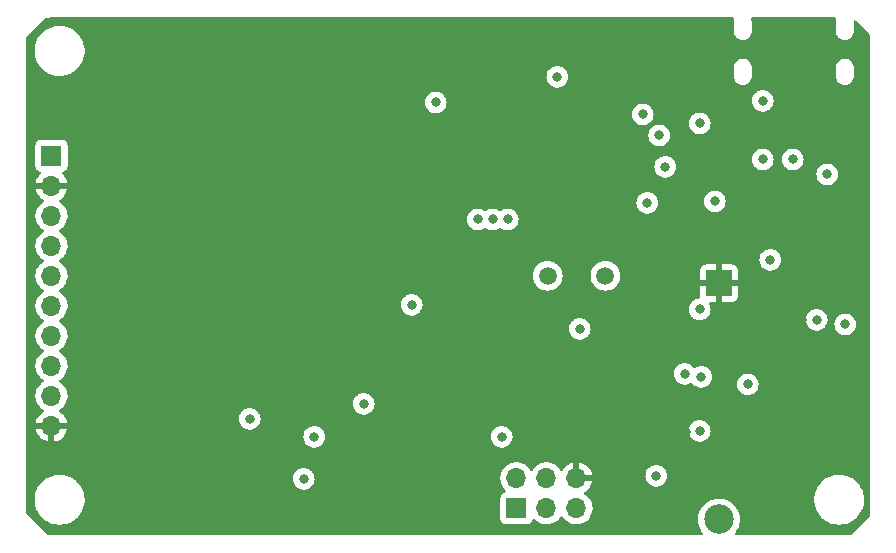
<source format=gbr>
%TF.GenerationSoftware,KiCad,Pcbnew,(6.0.2)*%
%TF.CreationDate,2023-05-20T08:16:15+01:00*%
%TF.ProjectId,Main Board,4d61696e-2042-46f6-9172-642e6b696361,rev?*%
%TF.SameCoordinates,Original*%
%TF.FileFunction,Copper,L2,Inr*%
%TF.FilePolarity,Positive*%
%FSLAX46Y46*%
G04 Gerber Fmt 4.6, Leading zero omitted, Abs format (unit mm)*
G04 Created by KiCad (PCBNEW (6.0.2)) date 2023-05-20 08:16:15*
%MOMM*%
%LPD*%
G01*
G04 APERTURE LIST*
%TA.AperFunction,ComponentPad*%
%ADD10R,1.700000X1.700000*%
%TD*%
%TA.AperFunction,ComponentPad*%
%ADD11O,1.700000X1.700000*%
%TD*%
%TA.AperFunction,ComponentPad*%
%ADD12C,1.500000*%
%TD*%
%TA.AperFunction,ComponentPad*%
%ADD13R,2.170000X2.170000*%
%TD*%
%TA.AperFunction,ComponentPad*%
%ADD14C,2.500000*%
%TD*%
%TA.AperFunction,ViaPad*%
%ADD15C,0.800000*%
%TD*%
G04 APERTURE END LIST*
D10*
%TO.N,MOSI*%
%TO.C,J2*%
X155682233Y-112727233D03*
D11*
%TO.N,+3V3*%
X155682233Y-110187233D03*
%TO.N,CLK*%
X158222233Y-112727233D03*
%TO.N,MISO*%
X158222233Y-110187233D03*
%TO.N,RESET*%
X160762233Y-112727233D03*
%TO.N,GND*%
X160762233Y-110187233D03*
%TD*%
D12*
%TO.N,/XTAL1*%
%TO.C,Y1*%
X163212233Y-93042233D03*
%TO.N,/XTAL2*%
X158332233Y-93042233D03*
%TD*%
D10*
%TO.N,+170VDC*%
%TO.C,J3*%
X116312233Y-82882233D03*
D11*
%TO.N,GND*%
X116312233Y-85422233D03*
%TO.N,CONFIG*%
X116312233Y-87962233D03*
%TO.N,+12V*%
X116312233Y-90502233D03*
%TO.N,POLARITY_COND*%
X116312233Y-93042233D03*
%TO.N,SHIFT_CLK_COND*%
X116312233Y-95582233D03*
%TO.N,LATCH_EN_COND*%
X116312233Y-98122233D03*
%TO.N,DATA_IN_COND*%
X116312233Y-100662233D03*
%TO.N,BLANKING_COND*%
X116312233Y-103202233D03*
%TO.N,GND*%
X116312233Y-105742233D03*
%TD*%
D13*
%TO.N,GND*%
%TO.C,BAT1*%
X172827233Y-93677233D03*
D14*
%TO.N,Net-(BAT1-PadPos)*%
X172827233Y-113677233D03*
%TD*%
D15*
%TO.N,GND*%
X124460000Y-95250000D03*
%TO.N,/VBUS*%
X154940000Y-88265000D03*
X153670000Y-88265000D03*
X152400000Y-88265000D03*
%TO.N,GND*%
X170053000Y-106299000D03*
X149733000Y-97409000D03*
X121920000Y-109220000D03*
X175895000Y-96520000D03*
X146685000Y-99695000D03*
X184785000Y-105410000D03*
X134620000Y-78105000D03*
X139827000Y-100965000D03*
X167005000Y-72390000D03*
X162433000Y-89027000D03*
X158115000Y-99695000D03*
X147701000Y-93345000D03*
X132080000Y-72390000D03*
X137160000Y-83820000D03*
X128270000Y-81280000D03*
X132080000Y-112395000D03*
X156210000Y-72390000D03*
X121920000Y-112395000D03*
X132991517Y-99997767D03*
X179197000Y-72517000D03*
X162560000Y-79756000D03*
X179451000Y-107950000D03*
X179832000Y-96774000D03*
X163576000Y-72644000D03*
X173355000Y-110490000D03*
X150495000Y-85090000D03*
X151003000Y-91694000D03*
X124587000Y-89154000D03*
X144145000Y-83185000D03*
X178435000Y-113665000D03*
X128270000Y-95885000D03*
X184785000Y-92075000D03*
X144018000Y-112776000D03*
X156845000Y-88265000D03*
X148590000Y-74930000D03*
X121920000Y-72390000D03*
X146685000Y-106680000D03*
X153035000Y-76835000D03*
X168783000Y-86106000D03*
X132080000Y-109220000D03*
X179578000Y-100076000D03*
X137033000Y-112776000D03*
X168910000Y-103505000D03*
X179324000Y-86106000D03*
%TO.N,Net-(BAT1-PadPos)*%
X181102000Y-96774000D03*
%TO.N,+3V3*%
X181991000Y-84455000D03*
X166751000Y-86868000D03*
X171196000Y-95885000D03*
X142748000Y-103886000D03*
X177165000Y-91694000D03*
X171196000Y-80137000D03*
X167767000Y-81153000D03*
%TO.N,+12V*%
X172481733Y-86741000D03*
X159131000Y-76200000D03*
X148844000Y-78359000D03*
X146812000Y-95504000D03*
%TO.N,CLK*%
X167513000Y-109982000D03*
%TO.N,RESET*%
X171323000Y-101600000D03*
%TO.N,SHIFT_CLK_COND*%
X138557000Y-106680000D03*
X133096000Y-105156000D03*
%TO.N,CONFIG*%
X169926000Y-101346000D03*
%TO.N,/VBUS_FET_EN*%
X166370000Y-79375000D03*
X168275000Y-83820000D03*
%TO.N,SCL*%
X183515000Y-97155000D03*
X175260000Y-102235000D03*
%TO.N,SHDN*%
X161036000Y-97536000D03*
X171196000Y-106172000D03*
%TO.N,/CC1*%
X176530000Y-83185000D03*
X179070000Y-83185000D03*
%TO.N,DATA_IN*%
X154432000Y-106680000D03*
X137668000Y-110236000D03*
%TO.N,/VBUS*%
X176530000Y-78232000D03*
%TD*%
%TA.AperFunction,Conductor*%
%TO.N,GND*%
G36*
X174076441Y-71195235D02*
G01*
X174122934Y-71248891D01*
X174133038Y-71319165D01*
X174126418Y-71345152D01*
X174124793Y-71349521D01*
X174121464Y-71356041D01*
X174079425Y-71527843D01*
X174078733Y-71538997D01*
X174078733Y-72366526D01*
X174094051Y-72497914D01*
X174096546Y-72504789D01*
X174096547Y-72504791D01*
X174114141Y-72553260D01*
X174154400Y-72664170D01*
X174158411Y-72670287D01*
X174158412Y-72670290D01*
X174237220Y-72790492D01*
X174251377Y-72812085D01*
X174379780Y-72933723D01*
X174532723Y-73022559D01*
X174539727Y-73024680D01*
X174539731Y-73024682D01*
X174670721Y-73064354D01*
X174702000Y-73073828D01*
X174878531Y-73084780D01*
X174885747Y-73083540D01*
X174885749Y-73083540D01*
X175045631Y-73056067D01*
X175045632Y-73056067D01*
X175052847Y-73054827D01*
X175215597Y-72985576D01*
X175221485Y-72981243D01*
X175221490Y-72981240D01*
X175352156Y-72885079D01*
X175358051Y-72880741D01*
X175362790Y-72875163D01*
X175362793Y-72875160D01*
X175467827Y-72751527D01*
X175467830Y-72751523D01*
X175472566Y-72745948D01*
X175553002Y-72588425D01*
X175562322Y-72550339D01*
X175593706Y-72422077D01*
X175595041Y-72416623D01*
X175595733Y-72405469D01*
X175595733Y-71577940D01*
X175580415Y-71446552D01*
X175577919Y-71439674D01*
X175577917Y-71439668D01*
X175543272Y-71344225D01*
X175538830Y-71273368D01*
X175573402Y-71211357D01*
X175636011Y-71177882D01*
X175661710Y-71175233D01*
X182648320Y-71175233D01*
X182716441Y-71195235D01*
X182762934Y-71248891D01*
X182773038Y-71319165D01*
X182766418Y-71345152D01*
X182764793Y-71349521D01*
X182761464Y-71356041D01*
X182719425Y-71527843D01*
X182718733Y-71538997D01*
X182718733Y-72366526D01*
X182734051Y-72497914D01*
X182736546Y-72504789D01*
X182736547Y-72504791D01*
X182754141Y-72553260D01*
X182794400Y-72664170D01*
X182798411Y-72670287D01*
X182798412Y-72670290D01*
X182877220Y-72790492D01*
X182891377Y-72812085D01*
X183019780Y-72933723D01*
X183172723Y-73022559D01*
X183179727Y-73024680D01*
X183179731Y-73024682D01*
X183310721Y-73064354D01*
X183342000Y-73073828D01*
X183518531Y-73084780D01*
X183525747Y-73083540D01*
X183525749Y-73083540D01*
X183685631Y-73056067D01*
X183685632Y-73056067D01*
X183692847Y-73054827D01*
X183855597Y-72985576D01*
X183861485Y-72981243D01*
X183861490Y-72981240D01*
X183992156Y-72885079D01*
X183998051Y-72880741D01*
X184002790Y-72875163D01*
X184002793Y-72875160D01*
X184107827Y-72751527D01*
X184107830Y-72751523D01*
X184112566Y-72745948D01*
X184193002Y-72588425D01*
X184202322Y-72550339D01*
X184233706Y-72422077D01*
X184235041Y-72416623D01*
X184235733Y-72405469D01*
X184235733Y-71577940D01*
X184232529Y-71550460D01*
X184244510Y-71480483D01*
X184292421Y-71428090D01*
X184361052Y-71409917D01*
X184428614Y-71431734D01*
X184446777Y-71446777D01*
X185516881Y-72516881D01*
X185547099Y-72565475D01*
X185573702Y-72643846D01*
X185577968Y-72659766D01*
X185625580Y-72899127D01*
X185627731Y-72915467D01*
X185641497Y-73125501D01*
X185640472Y-73148537D01*
X185640429Y-73152087D01*
X185639047Y-73160963D01*
X185640871Y-73174911D01*
X185643169Y-73192484D01*
X185644233Y-73208822D01*
X185644233Y-113117905D01*
X185642733Y-113137289D01*
X185639047Y-113160963D01*
X185641174Y-113177232D01*
X185641967Y-113201799D01*
X185634111Y-113321669D01*
X185609697Y-113388336D01*
X185597476Y-113402524D01*
X184036905Y-114963095D01*
X183974593Y-114997121D01*
X183947810Y-115000000D01*
X174284324Y-115000000D01*
X174216203Y-114979998D01*
X174169710Y-114926342D01*
X174159606Y-114856068D01*
X174189592Y-114790922D01*
X174232490Y-114742007D01*
X174232494Y-114742002D01*
X174235572Y-114738492D01*
X174376966Y-114518670D01*
X174484316Y-114280362D01*
X174522800Y-114143909D01*
X174553993Y-114033309D01*
X174553994Y-114033306D01*
X174555263Y-114028805D01*
X174572269Y-113895125D01*
X174587849Y-113772654D01*
X174587849Y-113772650D01*
X174588247Y-113769524D01*
X174590664Y-113677233D01*
X174588262Y-113644904D01*
X174571640Y-113421233D01*
X174571639Y-113421229D01*
X174571294Y-113416581D01*
X174568114Y-113402524D01*
X174524438Y-113209508D01*
X174513610Y-113161656D01*
X174511917Y-113157302D01*
X174420573Y-112922409D01*
X174420572Y-112922406D01*
X174418880Y-112918056D01*
X174289184Y-112691135D01*
X174127371Y-112485876D01*
X173936996Y-112306790D01*
X173722242Y-112157809D01*
X173716108Y-112154784D01*
X173671332Y-112132703D01*
X180890743Y-112132703D01*
X180928268Y-112417734D01*
X181004129Y-112695036D01*
X181005813Y-112698984D01*
X181099256Y-112918056D01*
X181116923Y-112959476D01*
X181128693Y-112979142D01*
X181259646Y-113197948D01*
X181264561Y-113206161D01*
X181444313Y-113430528D01*
X181461397Y-113446740D01*
X181649631Y-113625367D01*
X181652851Y-113628423D01*
X181886317Y-113796186D01*
X181890112Y-113798195D01*
X181890113Y-113798196D01*
X181911869Y-113809715D01*
X182140392Y-113930712D01*
X182164699Y-113939607D01*
X182405829Y-114027848D01*
X182410373Y-114029511D01*
X182691264Y-114090755D01*
X182719841Y-114093004D01*
X182914282Y-114108307D01*
X182914291Y-114108307D01*
X182916739Y-114108500D01*
X183072271Y-114108500D01*
X183074407Y-114108354D01*
X183074418Y-114108354D01*
X183282548Y-114094165D01*
X183282554Y-114094164D01*
X183286825Y-114093873D01*
X183291020Y-114093004D01*
X183291022Y-114093004D01*
X183454661Y-114059116D01*
X183568342Y-114035574D01*
X183839343Y-113939607D01*
X183940359Y-113887469D01*
X184091005Y-113809715D01*
X184091006Y-113809715D01*
X184094812Y-113807750D01*
X184098313Y-113805289D01*
X184098317Y-113805287D01*
X184212418Y-113725095D01*
X184330023Y-113642441D01*
X184453261Y-113527921D01*
X184537479Y-113449661D01*
X184537481Y-113449658D01*
X184540622Y-113446740D01*
X184722713Y-113224268D01*
X184872927Y-112979142D01*
X184988483Y-112715898D01*
X185067244Y-112439406D01*
X185107751Y-112154784D01*
X185107845Y-112136951D01*
X185109235Y-111871583D01*
X185109235Y-111871576D01*
X185109257Y-111867297D01*
X185103593Y-111824270D01*
X185072663Y-111589337D01*
X185071732Y-111582266D01*
X185058427Y-111533629D01*
X185040434Y-111467858D01*
X184995871Y-111304964D01*
X184910491Y-111104794D01*
X184884763Y-111044476D01*
X184884761Y-111044472D01*
X184883077Y-111040524D01*
X184794937Y-110893253D01*
X184737643Y-110797521D01*
X184737640Y-110797517D01*
X184735439Y-110793839D01*
X184555687Y-110569472D01*
X184404423Y-110425928D01*
X184350258Y-110374527D01*
X184350255Y-110374525D01*
X184347149Y-110371577D01*
X184113683Y-110203814D01*
X184091843Y-110192250D01*
X184053461Y-110171928D01*
X183859608Y-110069288D01*
X183639022Y-109988565D01*
X183593658Y-109971964D01*
X183593656Y-109971963D01*
X183589627Y-109970489D01*
X183308736Y-109909245D01*
X183277685Y-109906801D01*
X183085718Y-109891693D01*
X183085709Y-109891693D01*
X183083261Y-109891500D01*
X182927729Y-109891500D01*
X182925593Y-109891646D01*
X182925582Y-109891646D01*
X182717452Y-109905835D01*
X182717446Y-109905836D01*
X182713175Y-109906127D01*
X182708980Y-109906996D01*
X182708978Y-109906996D01*
X182582284Y-109933233D01*
X182431658Y-109964426D01*
X182160657Y-110060393D01*
X181905188Y-110192250D01*
X181901687Y-110194711D01*
X181901683Y-110194713D01*
X181891594Y-110201804D01*
X181669977Y-110357559D01*
X181603466Y-110419365D01*
X181491025Y-110523852D01*
X181459378Y-110553260D01*
X181277287Y-110775732D01*
X181127073Y-111020858D01*
X181125347Y-111024791D01*
X181125346Y-111024792D01*
X181103583Y-111074370D01*
X181011517Y-111284102D01*
X180932756Y-111560594D01*
X180892249Y-111845216D01*
X180892227Y-111849505D01*
X180892226Y-111849512D01*
X180891003Y-112083073D01*
X180890743Y-112132703D01*
X173671332Y-112132703D01*
X173492014Y-112044273D01*
X173492011Y-112044272D01*
X173487826Y-112042208D01*
X173441682Y-112027437D01*
X173243356Y-111963953D01*
X173238898Y-111962526D01*
X172980926Y-111920512D01*
X172867175Y-111919023D01*
X172724255Y-111917152D01*
X172724252Y-111917152D01*
X172719578Y-111917091D01*
X172460595Y-111952337D01*
X172209666Y-112025476D01*
X172205413Y-112027436D01*
X172205412Y-112027437D01*
X172168892Y-112044273D01*
X171972305Y-112134901D01*
X171935493Y-112159036D01*
X171757637Y-112275643D01*
X171757632Y-112275647D01*
X171753724Y-112278209D01*
X171558727Y-112452251D01*
X171391596Y-112653203D01*
X171389167Y-112657206D01*
X171308299Y-112790473D01*
X171256004Y-112876652D01*
X171154930Y-113117688D01*
X171090592Y-113371016D01*
X171090124Y-113375667D01*
X171090123Y-113375671D01*
X171084303Y-113433475D01*
X171064406Y-113631072D01*
X171064630Y-113635738D01*
X171064630Y-113635744D01*
X171070676Y-113761607D01*
X171076946Y-113892141D01*
X171127937Y-114148489D01*
X171216259Y-114394485D01*
X171218475Y-114398609D01*
X171282986Y-114518670D01*
X171339970Y-114624724D01*
X171342765Y-114628467D01*
X171342767Y-114628470D01*
X171469818Y-114798611D01*
X171494550Y-114865161D01*
X171479376Y-114934517D01*
X171429114Y-114984659D01*
X171368860Y-115000000D01*
X116052190Y-115000000D01*
X115984069Y-114979998D01*
X115963095Y-114963095D01*
X114197138Y-113197138D01*
X114163112Y-113134826D01*
X114160233Y-113108043D01*
X114160233Y-112132703D01*
X114890743Y-112132703D01*
X114928268Y-112417734D01*
X115004129Y-112695036D01*
X115005813Y-112698984D01*
X115099256Y-112918056D01*
X115116923Y-112959476D01*
X115128693Y-112979142D01*
X115259646Y-113197948D01*
X115264561Y-113206161D01*
X115444313Y-113430528D01*
X115461397Y-113446740D01*
X115649631Y-113625367D01*
X115652851Y-113628423D01*
X115886317Y-113796186D01*
X115890112Y-113798195D01*
X115890113Y-113798196D01*
X115911869Y-113809715D01*
X116140392Y-113930712D01*
X116164699Y-113939607D01*
X116405829Y-114027848D01*
X116410373Y-114029511D01*
X116691264Y-114090755D01*
X116719841Y-114093004D01*
X116914282Y-114108307D01*
X116914291Y-114108307D01*
X116916739Y-114108500D01*
X117072271Y-114108500D01*
X117074407Y-114108354D01*
X117074418Y-114108354D01*
X117282548Y-114094165D01*
X117282554Y-114094164D01*
X117286825Y-114093873D01*
X117291020Y-114093004D01*
X117291022Y-114093004D01*
X117454661Y-114059116D01*
X117568342Y-114035574D01*
X117839343Y-113939607D01*
X117940359Y-113887469D01*
X118091005Y-113809715D01*
X118091006Y-113809715D01*
X118094812Y-113807750D01*
X118098313Y-113805289D01*
X118098317Y-113805287D01*
X118212418Y-113725095D01*
X118330023Y-113642441D01*
X118453261Y-113527921D01*
X118537479Y-113449661D01*
X118537481Y-113449658D01*
X118540622Y-113446740D01*
X118722713Y-113224268D01*
X118872927Y-112979142D01*
X118988483Y-112715898D01*
X119067244Y-112439406D01*
X119107751Y-112154784D01*
X119107845Y-112136951D01*
X119109235Y-111871583D01*
X119109235Y-111871576D01*
X119109257Y-111867297D01*
X119103593Y-111824270D01*
X119072663Y-111589337D01*
X119071732Y-111582266D01*
X119058427Y-111533629D01*
X119040434Y-111467858D01*
X118995871Y-111304964D01*
X118910491Y-111104794D01*
X118884763Y-111044476D01*
X118884761Y-111044472D01*
X118883077Y-111040524D01*
X118794937Y-110893253D01*
X118737643Y-110797521D01*
X118737640Y-110797517D01*
X118735439Y-110793839D01*
X118555687Y-110569472D01*
X118404423Y-110425928D01*
X118350258Y-110374527D01*
X118350255Y-110374525D01*
X118347149Y-110371577D01*
X118158474Y-110236000D01*
X136754496Y-110236000D01*
X136755186Y-110242565D01*
X136769056Y-110374527D01*
X136774458Y-110425928D01*
X136833473Y-110607556D01*
X136928960Y-110772944D01*
X136933378Y-110777851D01*
X136933379Y-110777852D01*
X137052325Y-110909955D01*
X137056747Y-110914866D01*
X137211248Y-111027118D01*
X137217276Y-111029802D01*
X137217278Y-111029803D01*
X137316648Y-111074045D01*
X137385712Y-111104794D01*
X137479112Y-111124647D01*
X137566056Y-111143128D01*
X137566061Y-111143128D01*
X137572513Y-111144500D01*
X137763487Y-111144500D01*
X137769939Y-111143128D01*
X137769944Y-111143128D01*
X137856888Y-111124647D01*
X137950288Y-111104794D01*
X138019352Y-111074045D01*
X138118722Y-111029803D01*
X138118724Y-111029802D01*
X138124752Y-111027118D01*
X138279253Y-110914866D01*
X138283675Y-110909955D01*
X138402621Y-110777852D01*
X138402622Y-110777851D01*
X138407040Y-110772944D01*
X138502527Y-110607556D01*
X138561542Y-110425928D01*
X138566945Y-110374527D01*
X138580814Y-110242565D01*
X138581504Y-110236000D01*
X138572878Y-110153928D01*
X154319484Y-110153928D01*
X154319781Y-110159081D01*
X154319781Y-110159084D01*
X154325244Y-110253823D01*
X154332343Y-110376948D01*
X154333480Y-110381994D01*
X154333481Y-110382000D01*
X154343381Y-110425928D01*
X154381455Y-110594872D01*
X154442906Y-110746209D01*
X154462247Y-110793839D01*
X154465499Y-110801849D01*
X154516096Y-110884416D01*
X154579524Y-110987921D01*
X154582220Y-110992321D01*
X154728483Y-111161171D01*
X154732463Y-111164475D01*
X154737214Y-111168420D01*
X154776849Y-111227323D01*
X154778346Y-111298304D01*
X154741230Y-111358826D01*
X154700958Y-111383345D01*
X154653362Y-111401188D01*
X154585528Y-111426618D01*
X154468972Y-111513972D01*
X154381618Y-111630528D01*
X154330488Y-111766917D01*
X154323733Y-111829099D01*
X154323733Y-113625367D01*
X154330488Y-113687549D01*
X154381618Y-113823938D01*
X154468972Y-113940494D01*
X154585528Y-114027848D01*
X154721917Y-114078978D01*
X154784099Y-114085733D01*
X156580367Y-114085733D01*
X156642549Y-114078978D01*
X156778938Y-114027848D01*
X156895494Y-113940494D01*
X156982848Y-113823938D01*
X156994192Y-113793679D01*
X157026831Y-113706615D01*
X157069473Y-113649851D01*
X157136035Y-113625151D01*
X157205383Y-113640359D01*
X157240050Y-113668347D01*
X157268483Y-113701171D01*
X157440359Y-113843865D01*
X157633233Y-113956571D01*
X157841925Y-114036263D01*
X157846993Y-114037294D01*
X157846996Y-114037295D01*
X157954250Y-114059116D01*
X158060830Y-114080800D01*
X158066005Y-114080990D01*
X158066007Y-114080990D01*
X158278906Y-114088797D01*
X158278910Y-114088797D01*
X158284070Y-114088986D01*
X158289190Y-114088330D01*
X158289192Y-114088330D01*
X158500521Y-114061258D01*
X158500522Y-114061258D01*
X158505649Y-114060601D01*
X158510599Y-114059116D01*
X158714662Y-113997894D01*
X158714667Y-113997892D01*
X158719617Y-113996407D01*
X158920227Y-113898129D01*
X159102093Y-113768406D01*
X159260329Y-113610722D01*
X159390686Y-113429310D01*
X159392009Y-113430261D01*
X159438878Y-113387090D01*
X159508813Y-113374858D01*
X159574259Y-113402377D01*
X159602108Y-113434227D01*
X159662220Y-113532321D01*
X159808483Y-113701171D01*
X159980359Y-113843865D01*
X160173233Y-113956571D01*
X160381925Y-114036263D01*
X160386993Y-114037294D01*
X160386996Y-114037295D01*
X160494250Y-114059116D01*
X160600830Y-114080800D01*
X160606005Y-114080990D01*
X160606007Y-114080990D01*
X160818906Y-114088797D01*
X160818910Y-114088797D01*
X160824070Y-114088986D01*
X160829190Y-114088330D01*
X160829192Y-114088330D01*
X161040521Y-114061258D01*
X161040522Y-114061258D01*
X161045649Y-114060601D01*
X161050599Y-114059116D01*
X161254662Y-113997894D01*
X161254667Y-113997892D01*
X161259617Y-113996407D01*
X161460227Y-113898129D01*
X161642093Y-113768406D01*
X161800329Y-113610722D01*
X161930686Y-113429310D01*
X161943925Y-113402524D01*
X162027369Y-113233686D01*
X162027370Y-113233684D01*
X162029663Y-113229044D01*
X162094603Y-113015302D01*
X162123762Y-112793823D01*
X162125389Y-112727233D01*
X162107085Y-112504594D01*
X162052664Y-112287935D01*
X161963587Y-112083073D01*
X161885602Y-111962526D01*
X161845055Y-111899850D01*
X161845053Y-111899847D01*
X161842247Y-111895510D01*
X161691903Y-111730284D01*
X161687852Y-111727085D01*
X161687848Y-111727081D01*
X161520647Y-111595033D01*
X161520643Y-111595031D01*
X161516592Y-111591831D01*
X161474802Y-111568762D01*
X161424831Y-111518330D01*
X161410059Y-111448887D01*
X161435175Y-111382481D01*
X161462527Y-111355874D01*
X161637561Y-111231025D01*
X161645433Y-111224372D01*
X161796285Y-111074045D01*
X161802963Y-111066198D01*
X161927236Y-110893253D01*
X161932546Y-110884416D01*
X162026903Y-110693500D01*
X162030702Y-110683905D01*
X162092610Y-110480143D01*
X162094788Y-110470070D01*
X162096219Y-110459195D01*
X162094008Y-110445011D01*
X162080850Y-110441233D01*
X160634233Y-110441233D01*
X160566112Y-110421231D01*
X160519619Y-110367575D01*
X160508233Y-110315233D01*
X160508233Y-109982000D01*
X166599496Y-109982000D01*
X166600186Y-109988565D01*
X166617027Y-110148795D01*
X166619458Y-110171928D01*
X166678473Y-110353556D01*
X166773960Y-110518944D01*
X166778378Y-110523851D01*
X166778379Y-110523852D01*
X166897325Y-110655955D01*
X166901747Y-110660866D01*
X167056248Y-110773118D01*
X167062276Y-110775802D01*
X167062278Y-110775803D01*
X167224681Y-110848109D01*
X167230712Y-110850794D01*
X167324112Y-110870647D01*
X167411056Y-110889128D01*
X167411061Y-110889128D01*
X167417513Y-110890500D01*
X167608487Y-110890500D01*
X167614939Y-110889128D01*
X167614944Y-110889128D01*
X167701888Y-110870647D01*
X167795288Y-110850794D01*
X167801319Y-110848109D01*
X167963722Y-110775803D01*
X167963724Y-110775802D01*
X167969752Y-110773118D01*
X168124253Y-110660866D01*
X168128675Y-110655955D01*
X168247621Y-110523852D01*
X168247622Y-110523851D01*
X168252040Y-110518944D01*
X168347527Y-110353556D01*
X168406542Y-110171928D01*
X168408974Y-110148795D01*
X168425814Y-109988565D01*
X168426504Y-109982000D01*
X168418499Y-109905835D01*
X168407232Y-109798635D01*
X168407232Y-109798633D01*
X168406542Y-109792072D01*
X168347527Y-109610444D01*
X168252040Y-109445056D01*
X168175599Y-109360159D01*
X168128675Y-109308045D01*
X168128674Y-109308044D01*
X168124253Y-109303134D01*
X167969752Y-109190882D01*
X167963724Y-109188198D01*
X167963722Y-109188197D01*
X167801319Y-109115891D01*
X167801318Y-109115891D01*
X167795288Y-109113206D01*
X167701887Y-109093353D01*
X167614944Y-109074872D01*
X167614939Y-109074872D01*
X167608487Y-109073500D01*
X167417513Y-109073500D01*
X167411061Y-109074872D01*
X167411056Y-109074872D01*
X167324113Y-109093353D01*
X167230712Y-109113206D01*
X167224682Y-109115891D01*
X167224681Y-109115891D01*
X167062278Y-109188197D01*
X167062276Y-109188198D01*
X167056248Y-109190882D01*
X166901747Y-109303134D01*
X166897326Y-109308044D01*
X166897325Y-109308045D01*
X166850402Y-109360159D01*
X166773960Y-109445056D01*
X166678473Y-109610444D01*
X166619458Y-109792072D01*
X166618768Y-109798633D01*
X166618768Y-109798635D01*
X166607501Y-109905835D01*
X166599496Y-109982000D01*
X160508233Y-109982000D01*
X160508233Y-109915118D01*
X161016233Y-109915118D01*
X161020708Y-109930357D01*
X161022098Y-109931562D01*
X161029781Y-109933233D01*
X162080577Y-109933233D01*
X162094108Y-109929260D01*
X162095413Y-109920180D01*
X162053447Y-109753108D01*
X162050127Y-109743357D01*
X161965205Y-109548047D01*
X161960338Y-109538972D01*
X161844659Y-109360159D01*
X161838369Y-109351990D01*
X161695039Y-109194473D01*
X161687506Y-109187448D01*
X161520372Y-109055455D01*
X161511785Y-109049750D01*
X161325350Y-108946832D01*
X161315938Y-108942602D01*
X161115192Y-108871513D01*
X161105221Y-108868879D01*
X161034070Y-108856205D01*
X161020773Y-108857665D01*
X161016233Y-108872222D01*
X161016233Y-109915118D01*
X160508233Y-109915118D01*
X160508233Y-108870335D01*
X160504315Y-108856991D01*
X160490039Y-108855004D01*
X160451557Y-108860893D01*
X160441521Y-108863284D01*
X160239101Y-108929445D01*
X160229592Y-108933442D01*
X160040696Y-109031775D01*
X160031971Y-109037269D01*
X159861666Y-109165138D01*
X159853959Y-109171981D01*
X159706823Y-109325950D01*
X159700342Y-109333955D01*
X159595731Y-109487307D01*
X159540820Y-109532309D01*
X159470295Y-109540480D01*
X159406548Y-109509226D01*
X159385851Y-109484742D01*
X159305055Y-109359850D01*
X159305053Y-109359847D01*
X159302247Y-109355510D01*
X159151903Y-109190284D01*
X159147852Y-109187085D01*
X159147848Y-109187081D01*
X158980647Y-109055033D01*
X158980643Y-109055031D01*
X158976592Y-109051831D01*
X158940261Y-109031775D01*
X158924369Y-109023002D01*
X158781022Y-108943871D01*
X158776153Y-108942147D01*
X158776149Y-108942145D01*
X158575320Y-108871028D01*
X158575316Y-108871027D01*
X158570445Y-108869302D01*
X158565352Y-108868395D01*
X158565349Y-108868394D01*
X158355606Y-108831033D01*
X158355600Y-108831032D01*
X158350517Y-108830127D01*
X158276685Y-108829225D01*
X158132314Y-108827461D01*
X158132312Y-108827461D01*
X158127144Y-108827398D01*
X157906324Y-108861188D01*
X157693989Y-108930590D01*
X157495840Y-109033740D01*
X157491707Y-109036843D01*
X157491704Y-109036845D01*
X157321333Y-109164763D01*
X157317198Y-109167868D01*
X157313626Y-109171606D01*
X157183242Y-109308045D01*
X157162862Y-109329371D01*
X157055434Y-109486854D01*
X157000526Y-109531854D01*
X156930001Y-109540025D01*
X156866254Y-109508771D01*
X156845557Y-109484287D01*
X156765055Y-109359850D01*
X156765053Y-109359847D01*
X156762247Y-109355510D01*
X156611903Y-109190284D01*
X156607852Y-109187085D01*
X156607848Y-109187081D01*
X156440647Y-109055033D01*
X156440643Y-109055031D01*
X156436592Y-109051831D01*
X156400261Y-109031775D01*
X156384369Y-109023002D01*
X156241022Y-108943871D01*
X156236153Y-108942147D01*
X156236149Y-108942145D01*
X156035320Y-108871028D01*
X156035316Y-108871027D01*
X156030445Y-108869302D01*
X156025352Y-108868395D01*
X156025349Y-108868394D01*
X155815606Y-108831033D01*
X155815600Y-108831032D01*
X155810517Y-108830127D01*
X155736685Y-108829225D01*
X155592314Y-108827461D01*
X155592312Y-108827461D01*
X155587144Y-108827398D01*
X155366324Y-108861188D01*
X155153989Y-108930590D01*
X154955840Y-109033740D01*
X154951707Y-109036843D01*
X154951704Y-109036845D01*
X154781333Y-109164763D01*
X154777198Y-109167868D01*
X154773626Y-109171606D01*
X154643242Y-109308045D01*
X154622862Y-109329371D01*
X154496976Y-109513913D01*
X154481132Y-109548047D01*
X154408382Y-109704774D01*
X154402921Y-109716538D01*
X154343222Y-109931803D01*
X154319484Y-110153928D01*
X138572878Y-110153928D01*
X138562232Y-110052635D01*
X138562232Y-110052633D01*
X138561542Y-110046072D01*
X138502527Y-109864444D01*
X138407040Y-109699056D01*
X138327254Y-109610444D01*
X138283675Y-109562045D01*
X138283674Y-109562044D01*
X138279253Y-109557134D01*
X138124752Y-109444882D01*
X138118724Y-109442198D01*
X138118722Y-109442197D01*
X137956319Y-109369891D01*
X137956318Y-109369891D01*
X137950288Y-109367206D01*
X137856888Y-109347353D01*
X137769944Y-109328872D01*
X137769939Y-109328872D01*
X137763487Y-109327500D01*
X137572513Y-109327500D01*
X137566061Y-109328872D01*
X137566056Y-109328872D01*
X137479113Y-109347353D01*
X137385712Y-109367206D01*
X137379682Y-109369891D01*
X137379681Y-109369891D01*
X137217278Y-109442197D01*
X137217276Y-109442198D01*
X137211248Y-109444882D01*
X137056747Y-109557134D01*
X137052326Y-109562044D01*
X137052325Y-109562045D01*
X137008747Y-109610444D01*
X136928960Y-109699056D01*
X136833473Y-109864444D01*
X136774458Y-110046072D01*
X136773768Y-110052633D01*
X136773768Y-110052635D01*
X136763122Y-110153928D01*
X136754496Y-110236000D01*
X118158474Y-110236000D01*
X118113683Y-110203814D01*
X118091843Y-110192250D01*
X118053461Y-110171928D01*
X117859608Y-110069288D01*
X117639022Y-109988565D01*
X117593658Y-109971964D01*
X117593656Y-109971963D01*
X117589627Y-109970489D01*
X117308736Y-109909245D01*
X117277685Y-109906801D01*
X117085718Y-109891693D01*
X117085709Y-109891693D01*
X117083261Y-109891500D01*
X116927729Y-109891500D01*
X116925593Y-109891646D01*
X116925582Y-109891646D01*
X116717452Y-109905835D01*
X116717446Y-109905836D01*
X116713175Y-109906127D01*
X116708980Y-109906996D01*
X116708978Y-109906996D01*
X116582284Y-109933233D01*
X116431658Y-109964426D01*
X116160657Y-110060393D01*
X115905188Y-110192250D01*
X115901687Y-110194711D01*
X115901683Y-110194713D01*
X115891594Y-110201804D01*
X115669977Y-110357559D01*
X115603466Y-110419365D01*
X115491025Y-110523852D01*
X115459378Y-110553260D01*
X115277287Y-110775732D01*
X115127073Y-111020858D01*
X115125347Y-111024791D01*
X115125346Y-111024792D01*
X115103583Y-111074370D01*
X115011517Y-111284102D01*
X114932756Y-111560594D01*
X114892249Y-111845216D01*
X114892227Y-111849505D01*
X114892226Y-111849512D01*
X114891003Y-112083073D01*
X114890743Y-112132703D01*
X114160233Y-112132703D01*
X114160233Y-106010199D01*
X114980490Y-106010199D01*
X115010798Y-106144679D01*
X115013878Y-106154508D01*
X115094003Y-106351836D01*
X115098646Y-106361027D01*
X115209927Y-106542621D01*
X115216010Y-106550932D01*
X115355446Y-106711900D01*
X115362813Y-106719116D01*
X115526667Y-106855149D01*
X115535114Y-106861064D01*
X115718989Y-106968512D01*
X115728275Y-106972962D01*
X115927234Y-107048936D01*
X115937132Y-107051812D01*
X116040483Y-107072839D01*
X116054532Y-107071643D01*
X116058233Y-107061298D01*
X116058233Y-107060750D01*
X116566233Y-107060750D01*
X116570297Y-107074592D01*
X116583711Y-107076626D01*
X116590417Y-107075767D01*
X116600495Y-107073625D01*
X116804488Y-107012424D01*
X116814075Y-107008666D01*
X117005328Y-106914972D01*
X117014178Y-106909697D01*
X117187561Y-106786025D01*
X117195433Y-106779372D01*
X117295152Y-106680000D01*
X137643496Y-106680000D01*
X137644186Y-106686565D01*
X137661905Y-106855149D01*
X137663458Y-106869928D01*
X137722473Y-107051556D01*
X137725776Y-107057278D01*
X137725777Y-107057279D01*
X137735773Y-107074592D01*
X137817960Y-107216944D01*
X137945747Y-107358866D01*
X138100248Y-107471118D01*
X138106276Y-107473802D01*
X138106278Y-107473803D01*
X138268681Y-107546109D01*
X138274712Y-107548794D01*
X138368113Y-107568647D01*
X138455056Y-107587128D01*
X138455061Y-107587128D01*
X138461513Y-107588500D01*
X138652487Y-107588500D01*
X138658939Y-107587128D01*
X138658944Y-107587128D01*
X138745888Y-107568647D01*
X138839288Y-107548794D01*
X138845319Y-107546109D01*
X139007722Y-107473803D01*
X139007724Y-107473802D01*
X139013752Y-107471118D01*
X139168253Y-107358866D01*
X139296040Y-107216944D01*
X139378227Y-107074592D01*
X139388223Y-107057279D01*
X139388224Y-107057278D01*
X139391527Y-107051556D01*
X139450542Y-106869928D01*
X139452096Y-106855149D01*
X139469814Y-106686565D01*
X139470504Y-106680000D01*
X153518496Y-106680000D01*
X153519186Y-106686565D01*
X153536905Y-106855149D01*
X153538458Y-106869928D01*
X153597473Y-107051556D01*
X153600776Y-107057278D01*
X153600777Y-107057279D01*
X153610773Y-107074592D01*
X153692960Y-107216944D01*
X153820747Y-107358866D01*
X153975248Y-107471118D01*
X153981276Y-107473802D01*
X153981278Y-107473803D01*
X154143681Y-107546109D01*
X154149712Y-107548794D01*
X154243113Y-107568647D01*
X154330056Y-107587128D01*
X154330061Y-107587128D01*
X154336513Y-107588500D01*
X154527487Y-107588500D01*
X154533939Y-107587128D01*
X154533944Y-107587128D01*
X154620888Y-107568647D01*
X154714288Y-107548794D01*
X154720319Y-107546109D01*
X154882722Y-107473803D01*
X154882724Y-107473802D01*
X154888752Y-107471118D01*
X155043253Y-107358866D01*
X155171040Y-107216944D01*
X155253227Y-107074592D01*
X155263223Y-107057279D01*
X155263224Y-107057278D01*
X155266527Y-107051556D01*
X155325542Y-106869928D01*
X155327096Y-106855149D01*
X155344814Y-106686565D01*
X155345504Y-106680000D01*
X155344814Y-106673435D01*
X155326232Y-106496635D01*
X155326232Y-106496633D01*
X155325542Y-106490072D01*
X155266527Y-106308444D01*
X155187751Y-106172000D01*
X170282496Y-106172000D01*
X170302458Y-106361928D01*
X170361473Y-106543556D01*
X170364776Y-106549278D01*
X170364777Y-106549279D01*
X170398686Y-106608010D01*
X170456960Y-106708944D01*
X170461378Y-106713851D01*
X170461379Y-106713852D01*
X170526364Y-106786025D01*
X170584747Y-106850866D01*
X170739248Y-106963118D01*
X170745276Y-106965802D01*
X170745278Y-106965803D01*
X170907681Y-107038109D01*
X170913712Y-107040794D01*
X171007113Y-107060647D01*
X171094056Y-107079128D01*
X171094061Y-107079128D01*
X171100513Y-107080500D01*
X171291487Y-107080500D01*
X171297939Y-107079128D01*
X171297944Y-107079128D01*
X171384888Y-107060647D01*
X171478288Y-107040794D01*
X171484319Y-107038109D01*
X171646722Y-106965803D01*
X171646724Y-106965802D01*
X171652752Y-106963118D01*
X171807253Y-106850866D01*
X171865636Y-106786025D01*
X171930621Y-106713852D01*
X171930622Y-106713851D01*
X171935040Y-106708944D01*
X171993314Y-106608010D01*
X172027223Y-106549279D01*
X172027224Y-106549278D01*
X172030527Y-106543556D01*
X172089542Y-106361928D01*
X172109504Y-106172000D01*
X172107063Y-106148774D01*
X172090232Y-105988635D01*
X172090232Y-105988633D01*
X172089542Y-105982072D01*
X172030527Y-105800444D01*
X171935040Y-105635056D01*
X171807253Y-105493134D01*
X171652752Y-105380882D01*
X171646724Y-105378198D01*
X171646722Y-105378197D01*
X171484319Y-105305891D01*
X171484318Y-105305891D01*
X171478288Y-105303206D01*
X171384888Y-105283353D01*
X171297944Y-105264872D01*
X171297939Y-105264872D01*
X171291487Y-105263500D01*
X171100513Y-105263500D01*
X171094061Y-105264872D01*
X171094056Y-105264872D01*
X171007113Y-105283353D01*
X170913712Y-105303206D01*
X170907682Y-105305891D01*
X170907681Y-105305891D01*
X170745278Y-105378197D01*
X170745276Y-105378198D01*
X170739248Y-105380882D01*
X170584747Y-105493134D01*
X170456960Y-105635056D01*
X170361473Y-105800444D01*
X170302458Y-105982072D01*
X170301768Y-105988633D01*
X170301768Y-105988635D01*
X170284937Y-106148774D01*
X170282496Y-106172000D01*
X155187751Y-106172000D01*
X155171040Y-106143056D01*
X155043253Y-106001134D01*
X154888752Y-105888882D01*
X154882724Y-105886198D01*
X154882722Y-105886197D01*
X154720319Y-105813891D01*
X154720318Y-105813891D01*
X154714288Y-105811206D01*
X154620888Y-105791353D01*
X154533944Y-105772872D01*
X154533939Y-105772872D01*
X154527487Y-105771500D01*
X154336513Y-105771500D01*
X154330061Y-105772872D01*
X154330056Y-105772872D01*
X154243113Y-105791353D01*
X154149712Y-105811206D01*
X154143682Y-105813891D01*
X154143681Y-105813891D01*
X153981278Y-105886197D01*
X153981276Y-105886198D01*
X153975248Y-105888882D01*
X153820747Y-106001134D01*
X153692960Y-106143056D01*
X153597473Y-106308444D01*
X153538458Y-106490072D01*
X153537768Y-106496633D01*
X153537768Y-106496635D01*
X153519186Y-106673435D01*
X153518496Y-106680000D01*
X139470504Y-106680000D01*
X139469814Y-106673435D01*
X139451232Y-106496635D01*
X139451232Y-106496633D01*
X139450542Y-106490072D01*
X139391527Y-106308444D01*
X139296040Y-106143056D01*
X139168253Y-106001134D01*
X139013752Y-105888882D01*
X139007724Y-105886198D01*
X139007722Y-105886197D01*
X138845319Y-105813891D01*
X138845318Y-105813891D01*
X138839288Y-105811206D01*
X138745888Y-105791353D01*
X138658944Y-105772872D01*
X138658939Y-105772872D01*
X138652487Y-105771500D01*
X138461513Y-105771500D01*
X138455061Y-105772872D01*
X138455056Y-105772872D01*
X138368113Y-105791353D01*
X138274712Y-105811206D01*
X138268682Y-105813891D01*
X138268681Y-105813891D01*
X138106278Y-105886197D01*
X138106276Y-105886198D01*
X138100248Y-105888882D01*
X137945747Y-106001134D01*
X137817960Y-106143056D01*
X137722473Y-106308444D01*
X137663458Y-106490072D01*
X137662768Y-106496633D01*
X137662768Y-106496635D01*
X137644186Y-106673435D01*
X137643496Y-106680000D01*
X117295152Y-106680000D01*
X117346285Y-106629045D01*
X117352963Y-106621198D01*
X117477236Y-106448253D01*
X117482546Y-106439416D01*
X117576903Y-106248500D01*
X117580702Y-106238905D01*
X117642610Y-106035143D01*
X117644788Y-106025070D01*
X117646219Y-106014195D01*
X117644008Y-106000011D01*
X117630850Y-105996233D01*
X116584348Y-105996233D01*
X116569109Y-106000708D01*
X116567904Y-106002098D01*
X116566233Y-106009781D01*
X116566233Y-107060750D01*
X116058233Y-107060750D01*
X116058233Y-106014348D01*
X116053758Y-105999109D01*
X116052368Y-105997904D01*
X116044685Y-105996233D01*
X114995458Y-105996233D01*
X114981927Y-106000206D01*
X114980490Y-106010199D01*
X114160233Y-106010199D01*
X114160233Y-103168928D01*
X114949484Y-103168928D01*
X114949781Y-103174081D01*
X114949781Y-103174084D01*
X114955244Y-103268823D01*
X114962343Y-103391948D01*
X114963480Y-103396994D01*
X114963481Y-103397000D01*
X114983352Y-103485172D01*
X115011455Y-103609872D01*
X115095499Y-103816849D01*
X115212220Y-104007321D01*
X115358483Y-104176171D01*
X115530359Y-104318865D01*
X115604188Y-104362007D01*
X115652912Y-104413645D01*
X115665983Y-104483428D01*
X115639252Y-104549200D01*
X115598795Y-104582560D01*
X115590690Y-104586779D01*
X115581971Y-104592269D01*
X115411666Y-104720138D01*
X115403959Y-104726981D01*
X115256823Y-104880950D01*
X115250337Y-104888960D01*
X115130331Y-105064882D01*
X115125233Y-105073856D01*
X115035571Y-105267016D01*
X115032008Y-105276703D01*
X114976622Y-105476416D01*
X114978145Y-105484840D01*
X114990525Y-105488233D01*
X117630577Y-105488233D01*
X117644108Y-105484260D01*
X117645413Y-105475180D01*
X117603447Y-105308108D01*
X117600127Y-105298357D01*
X117538229Y-105156000D01*
X132182496Y-105156000D01*
X132183186Y-105162565D01*
X132197824Y-105301834D01*
X132202458Y-105345928D01*
X132261473Y-105527556D01*
X132356960Y-105692944D01*
X132484747Y-105834866D01*
X132639248Y-105947118D01*
X132645276Y-105949802D01*
X132645278Y-105949803D01*
X132807681Y-106022109D01*
X132813712Y-106024794D01*
X132907113Y-106044647D01*
X132994056Y-106063128D01*
X132994061Y-106063128D01*
X133000513Y-106064500D01*
X133191487Y-106064500D01*
X133197939Y-106063128D01*
X133197944Y-106063128D01*
X133284887Y-106044647D01*
X133378288Y-106024794D01*
X133384319Y-106022109D01*
X133546722Y-105949803D01*
X133546724Y-105949802D01*
X133552752Y-105947118D01*
X133707253Y-105834866D01*
X133835040Y-105692944D01*
X133930527Y-105527556D01*
X133989542Y-105345928D01*
X133994177Y-105301834D01*
X134008814Y-105162565D01*
X134009504Y-105156000D01*
X134008814Y-105149435D01*
X133990232Y-104972635D01*
X133990232Y-104972633D01*
X133989542Y-104966072D01*
X133930527Y-104784444D01*
X133910337Y-104749473D01*
X133838341Y-104624774D01*
X133835040Y-104619056D01*
X133789744Y-104568749D01*
X133711675Y-104482045D01*
X133711674Y-104482044D01*
X133707253Y-104477134D01*
X133552752Y-104364882D01*
X133546724Y-104362198D01*
X133546722Y-104362197D01*
X133384319Y-104289891D01*
X133384318Y-104289891D01*
X133378288Y-104287206D01*
X133265721Y-104263279D01*
X133197944Y-104248872D01*
X133197939Y-104248872D01*
X133191487Y-104247500D01*
X133000513Y-104247500D01*
X132994061Y-104248872D01*
X132994056Y-104248872D01*
X132926279Y-104263279D01*
X132813712Y-104287206D01*
X132807682Y-104289891D01*
X132807681Y-104289891D01*
X132645278Y-104362197D01*
X132645276Y-104362198D01*
X132639248Y-104364882D01*
X132484747Y-104477134D01*
X132480326Y-104482044D01*
X132480325Y-104482045D01*
X132402257Y-104568749D01*
X132356960Y-104619056D01*
X132353659Y-104624774D01*
X132281664Y-104749473D01*
X132261473Y-104784444D01*
X132202458Y-104966072D01*
X132201768Y-104972633D01*
X132201768Y-104972635D01*
X132183186Y-105149435D01*
X132182496Y-105156000D01*
X117538229Y-105156000D01*
X117515205Y-105103047D01*
X117510338Y-105093972D01*
X117394659Y-104915159D01*
X117388369Y-104906990D01*
X117245039Y-104749473D01*
X117237506Y-104742448D01*
X117070372Y-104610455D01*
X117061789Y-104604753D01*
X117024835Y-104584353D01*
X116974864Y-104533920D01*
X116960092Y-104464478D01*
X116985208Y-104398072D01*
X117012560Y-104371465D01*
X117036030Y-104354724D01*
X117192093Y-104243406D01*
X117350329Y-104085722D01*
X117409827Y-104002922D01*
X117477668Y-103908510D01*
X117480686Y-103904310D01*
X117489736Y-103886000D01*
X141834496Y-103886000D01*
X141854458Y-104075928D01*
X141913473Y-104257556D01*
X142008960Y-104422944D01*
X142013378Y-104427851D01*
X142013379Y-104427852D01*
X142057753Y-104477134D01*
X142136747Y-104564866D01*
X142291248Y-104677118D01*
X142297276Y-104679802D01*
X142297278Y-104679803D01*
X142459681Y-104752109D01*
X142465712Y-104754794D01*
X142559112Y-104774647D01*
X142646056Y-104793128D01*
X142646061Y-104793128D01*
X142652513Y-104794500D01*
X142843487Y-104794500D01*
X142849939Y-104793128D01*
X142849944Y-104793128D01*
X142936888Y-104774647D01*
X143030288Y-104754794D01*
X143036319Y-104752109D01*
X143198722Y-104679803D01*
X143198724Y-104679802D01*
X143204752Y-104677118D01*
X143359253Y-104564866D01*
X143438247Y-104477134D01*
X143482621Y-104427852D01*
X143482622Y-104427851D01*
X143487040Y-104422944D01*
X143582527Y-104257556D01*
X143641542Y-104075928D01*
X143661504Y-103886000D01*
X143641542Y-103696072D01*
X143582527Y-103514444D01*
X143487040Y-103349056D01*
X143359253Y-103207134D01*
X143218907Y-103105166D01*
X143210094Y-103098763D01*
X143210093Y-103098762D01*
X143204752Y-103094882D01*
X143198724Y-103092198D01*
X143198722Y-103092197D01*
X143036319Y-103019891D01*
X143036318Y-103019891D01*
X143030288Y-103017206D01*
X142936887Y-102997353D01*
X142849944Y-102978872D01*
X142849939Y-102978872D01*
X142843487Y-102977500D01*
X142652513Y-102977500D01*
X142646061Y-102978872D01*
X142646056Y-102978872D01*
X142559113Y-102997353D01*
X142465712Y-103017206D01*
X142459682Y-103019891D01*
X142459681Y-103019891D01*
X142297278Y-103092197D01*
X142297276Y-103092198D01*
X142291248Y-103094882D01*
X142285907Y-103098762D01*
X142285906Y-103098763D01*
X142277093Y-103105166D01*
X142136747Y-103207134D01*
X142008960Y-103349056D01*
X141913473Y-103514444D01*
X141854458Y-103696072D01*
X141834496Y-103886000D01*
X117489736Y-103886000D01*
X117577369Y-103708686D01*
X117577370Y-103708684D01*
X117579663Y-103704044D01*
X117644603Y-103490302D01*
X117673762Y-103268823D01*
X117675389Y-103202233D01*
X117657085Y-102979594D01*
X117602664Y-102762935D01*
X117513587Y-102558073D01*
X117392247Y-102370510D01*
X117241903Y-102205284D01*
X117237852Y-102202085D01*
X117237848Y-102202081D01*
X117070647Y-102070033D01*
X117070643Y-102070031D01*
X117066592Y-102066831D01*
X117025286Y-102044029D01*
X116975317Y-101993597D01*
X116960545Y-101924154D01*
X116985661Y-101857749D01*
X117013013Y-101831142D01*
X117079994Y-101783365D01*
X117192093Y-101703406D01*
X117350329Y-101545722D01*
X117409827Y-101462922D01*
X117477668Y-101368510D01*
X117480686Y-101364310D01*
X117489736Y-101346000D01*
X169012496Y-101346000D01*
X169013186Y-101352565D01*
X169023192Y-101447763D01*
X169032458Y-101535928D01*
X169091473Y-101717556D01*
X169186960Y-101882944D01*
X169191378Y-101887851D01*
X169191379Y-101887852D01*
X169286592Y-101993597D01*
X169314747Y-102024866D01*
X169469248Y-102137118D01*
X169475276Y-102139802D01*
X169475278Y-102139803D01*
X169637681Y-102212109D01*
X169643712Y-102214794D01*
X169707888Y-102228435D01*
X169824056Y-102253128D01*
X169824061Y-102253128D01*
X169830513Y-102254500D01*
X170021487Y-102254500D01*
X170027939Y-102253128D01*
X170027944Y-102253128D01*
X170144112Y-102228435D01*
X170208288Y-102214794D01*
X170214319Y-102212109D01*
X170376722Y-102139803D01*
X170376724Y-102139802D01*
X170382752Y-102137118D01*
X170388090Y-102133240D01*
X170388093Y-102133238D01*
X170413151Y-102115032D01*
X170480019Y-102091174D01*
X170549170Y-102107256D01*
X170583213Y-102137617D01*
X170583960Y-102136944D01*
X170645494Y-102205284D01*
X170711747Y-102278866D01*
X170796763Y-102340634D01*
X170837884Y-102370510D01*
X170866248Y-102391118D01*
X170872276Y-102393802D01*
X170872278Y-102393803D01*
X171034681Y-102466109D01*
X171040712Y-102468794D01*
X171134113Y-102488647D01*
X171221056Y-102507128D01*
X171221061Y-102507128D01*
X171227513Y-102508500D01*
X171418487Y-102508500D01*
X171424939Y-102507128D01*
X171424944Y-102507128D01*
X171511888Y-102488647D01*
X171605288Y-102468794D01*
X171611319Y-102466109D01*
X171773722Y-102393803D01*
X171773724Y-102393802D01*
X171779752Y-102391118D01*
X171808117Y-102370510D01*
X171849237Y-102340634D01*
X171934253Y-102278866D01*
X171973750Y-102235000D01*
X174346496Y-102235000D01*
X174347186Y-102241565D01*
X174363187Y-102393803D01*
X174366458Y-102424928D01*
X174425473Y-102606556D01*
X174520960Y-102771944D01*
X174648747Y-102913866D01*
X174746317Y-102984755D01*
X174790982Y-103017206D01*
X174803248Y-103026118D01*
X174809276Y-103028802D01*
X174809278Y-103028803D01*
X174957695Y-103094882D01*
X174977712Y-103103794D01*
X175071113Y-103123647D01*
X175158056Y-103142128D01*
X175158061Y-103142128D01*
X175164513Y-103143500D01*
X175355487Y-103143500D01*
X175361939Y-103142128D01*
X175361944Y-103142128D01*
X175448888Y-103123647D01*
X175542288Y-103103794D01*
X175562305Y-103094882D01*
X175710722Y-103028803D01*
X175710724Y-103028802D01*
X175716752Y-103026118D01*
X175729019Y-103017206D01*
X175773683Y-102984755D01*
X175871253Y-102913866D01*
X175999040Y-102771944D01*
X176094527Y-102606556D01*
X176153542Y-102424928D01*
X176156814Y-102393803D01*
X176172814Y-102241565D01*
X176173504Y-102235000D01*
X176172814Y-102228435D01*
X176154232Y-102051635D01*
X176154232Y-102051633D01*
X176153542Y-102045072D01*
X176094527Y-101863444D01*
X175999040Y-101698056D01*
X175871253Y-101556134D01*
X175716752Y-101443882D01*
X175710724Y-101441198D01*
X175710722Y-101441197D01*
X175548319Y-101368891D01*
X175548318Y-101368891D01*
X175542288Y-101366206D01*
X175447227Y-101346000D01*
X175361944Y-101327872D01*
X175361939Y-101327872D01*
X175355487Y-101326500D01*
X175164513Y-101326500D01*
X175158061Y-101327872D01*
X175158056Y-101327872D01*
X175072773Y-101346000D01*
X174977712Y-101366206D01*
X174971682Y-101368891D01*
X174971681Y-101368891D01*
X174809278Y-101441197D01*
X174809276Y-101441198D01*
X174803248Y-101443882D01*
X174648747Y-101556134D01*
X174520960Y-101698056D01*
X174425473Y-101863444D01*
X174366458Y-102045072D01*
X174365768Y-102051633D01*
X174365768Y-102051635D01*
X174347186Y-102228435D01*
X174346496Y-102235000D01*
X171973750Y-102235000D01*
X171997068Y-102209103D01*
X172057621Y-102141852D01*
X172057622Y-102141851D01*
X172062040Y-102136944D01*
X172157527Y-101971556D01*
X172216542Y-101789928D01*
X172217431Y-101781475D01*
X172235814Y-101606565D01*
X172236504Y-101600000D01*
X172222097Y-101462922D01*
X172217232Y-101416635D01*
X172217232Y-101416633D01*
X172216542Y-101410072D01*
X172157527Y-101228444D01*
X172062040Y-101063056D01*
X171982254Y-100974444D01*
X171938675Y-100926045D01*
X171938674Y-100926044D01*
X171934253Y-100921134D01*
X171779752Y-100808882D01*
X171773724Y-100806198D01*
X171773722Y-100806197D01*
X171611319Y-100733891D01*
X171611318Y-100733891D01*
X171605288Y-100731206D01*
X171511888Y-100711353D01*
X171424944Y-100692872D01*
X171424939Y-100692872D01*
X171418487Y-100691500D01*
X171227513Y-100691500D01*
X171221061Y-100692872D01*
X171221056Y-100692872D01*
X171134112Y-100711353D01*
X171040712Y-100731206D01*
X171034682Y-100733891D01*
X171034681Y-100733891D01*
X170872278Y-100806197D01*
X170872276Y-100806198D01*
X170866248Y-100808882D01*
X170860910Y-100812760D01*
X170860907Y-100812762D01*
X170835849Y-100830968D01*
X170768981Y-100854826D01*
X170699830Y-100838744D01*
X170665787Y-100808383D01*
X170665040Y-100809056D01*
X170541675Y-100672045D01*
X170541674Y-100672044D01*
X170537253Y-100667134D01*
X170382752Y-100554882D01*
X170376724Y-100552198D01*
X170376722Y-100552197D01*
X170214319Y-100479891D01*
X170214318Y-100479891D01*
X170208288Y-100477206D01*
X170114888Y-100457353D01*
X170027944Y-100438872D01*
X170027939Y-100438872D01*
X170021487Y-100437500D01*
X169830513Y-100437500D01*
X169824061Y-100438872D01*
X169824056Y-100438872D01*
X169737112Y-100457353D01*
X169643712Y-100477206D01*
X169637682Y-100479891D01*
X169637681Y-100479891D01*
X169475278Y-100552197D01*
X169475276Y-100552198D01*
X169469248Y-100554882D01*
X169314747Y-100667134D01*
X169186960Y-100809056D01*
X169091473Y-100974444D01*
X169032458Y-101156072D01*
X169031768Y-101162633D01*
X169031768Y-101162635D01*
X169014401Y-101327872D01*
X169012496Y-101346000D01*
X117489736Y-101346000D01*
X117577369Y-101168686D01*
X117577370Y-101168684D01*
X117579663Y-101164044D01*
X117644603Y-100950302D01*
X117673762Y-100728823D01*
X117673844Y-100725473D01*
X117675307Y-100665598D01*
X117675307Y-100665594D01*
X117675389Y-100662233D01*
X117657085Y-100439594D01*
X117602664Y-100222935D01*
X117513587Y-100018073D01*
X117392247Y-99830510D01*
X117241903Y-99665284D01*
X117237852Y-99662085D01*
X117237848Y-99662081D01*
X117070647Y-99530033D01*
X117070643Y-99530031D01*
X117066592Y-99526831D01*
X117025286Y-99504029D01*
X116975317Y-99453597D01*
X116960545Y-99384154D01*
X116985661Y-99317749D01*
X117013013Y-99291142D01*
X117056836Y-99259883D01*
X117192093Y-99163406D01*
X117350329Y-99005722D01*
X117409827Y-98922922D01*
X117477668Y-98828510D01*
X117480686Y-98824310D01*
X117579663Y-98624044D01*
X117644603Y-98410302D01*
X117673762Y-98188823D01*
X117675389Y-98122233D01*
X117657085Y-97899594D01*
X117602664Y-97682935D01*
X117538775Y-97536000D01*
X160122496Y-97536000D01*
X160123186Y-97542565D01*
X160137894Y-97682500D01*
X160142458Y-97725928D01*
X160201473Y-97907556D01*
X160296960Y-98072944D01*
X160301378Y-98077851D01*
X160301379Y-98077852D01*
X160338320Y-98118879D01*
X160424747Y-98214866D01*
X160579248Y-98327118D01*
X160585276Y-98329802D01*
X160585278Y-98329803D01*
X160747681Y-98402109D01*
X160753712Y-98404794D01*
X160847112Y-98424647D01*
X160934056Y-98443128D01*
X160934061Y-98443128D01*
X160940513Y-98444500D01*
X161131487Y-98444500D01*
X161137939Y-98443128D01*
X161137944Y-98443128D01*
X161224888Y-98424647D01*
X161318288Y-98404794D01*
X161324319Y-98402109D01*
X161486722Y-98329803D01*
X161486724Y-98329802D01*
X161492752Y-98327118D01*
X161647253Y-98214866D01*
X161733680Y-98118879D01*
X161770621Y-98077852D01*
X161770622Y-98077851D01*
X161775040Y-98072944D01*
X161870527Y-97907556D01*
X161929542Y-97725928D01*
X161934107Y-97682500D01*
X161948814Y-97542565D01*
X161949504Y-97536000D01*
X161942959Y-97473725D01*
X161930232Y-97352635D01*
X161930232Y-97352633D01*
X161929542Y-97346072D01*
X161870527Y-97164444D01*
X161865075Y-97155000D01*
X161778341Y-97004774D01*
X161775040Y-96999056D01*
X161749064Y-96970206D01*
X161651675Y-96862045D01*
X161651674Y-96862044D01*
X161647253Y-96857134D01*
X161532829Y-96774000D01*
X161498094Y-96748763D01*
X161498093Y-96748762D01*
X161492752Y-96744882D01*
X161486724Y-96742198D01*
X161486722Y-96742197D01*
X161324319Y-96669891D01*
X161324318Y-96669891D01*
X161318288Y-96667206D01*
X161224888Y-96647353D01*
X161137944Y-96628872D01*
X161137939Y-96628872D01*
X161131487Y-96627500D01*
X160940513Y-96627500D01*
X160934061Y-96628872D01*
X160934056Y-96628872D01*
X160847112Y-96647353D01*
X160753712Y-96667206D01*
X160747682Y-96669891D01*
X160747681Y-96669891D01*
X160585278Y-96742197D01*
X160585276Y-96742198D01*
X160579248Y-96744882D01*
X160573907Y-96748762D01*
X160573906Y-96748763D01*
X160539171Y-96774000D01*
X160424747Y-96857134D01*
X160420326Y-96862044D01*
X160420325Y-96862045D01*
X160322937Y-96970206D01*
X160296960Y-96999056D01*
X160293659Y-97004774D01*
X160206926Y-97155000D01*
X160201473Y-97164444D01*
X160142458Y-97346072D01*
X160141768Y-97352633D01*
X160141768Y-97352635D01*
X160129041Y-97473725D01*
X160122496Y-97536000D01*
X117538775Y-97536000D01*
X117513587Y-97478073D01*
X117474139Y-97417095D01*
X117395055Y-97294850D01*
X117395053Y-97294847D01*
X117392247Y-97290510D01*
X117241903Y-97125284D01*
X117237852Y-97122085D01*
X117237848Y-97122081D01*
X117070647Y-96990033D01*
X117070643Y-96990031D01*
X117066592Y-96986831D01*
X117025286Y-96964029D01*
X116975317Y-96913597D01*
X116960545Y-96844154D01*
X116985661Y-96777749D01*
X117013013Y-96751142D01*
X117056836Y-96719883D01*
X117192093Y-96623406D01*
X117350329Y-96465722D01*
X117391283Y-96408729D01*
X117477668Y-96288510D01*
X117480686Y-96284310D01*
X117491575Y-96262279D01*
X117577369Y-96088686D01*
X117577370Y-96088684D01*
X117579663Y-96084044D01*
X117638143Y-95891565D01*
X117643098Y-95875256D01*
X117643098Y-95875254D01*
X117644603Y-95870302D01*
X117673762Y-95648823D01*
X117675389Y-95582233D01*
X117668957Y-95504000D01*
X145898496Y-95504000D01*
X145899186Y-95510565D01*
X145906719Y-95582233D01*
X145918458Y-95693928D01*
X145977473Y-95875556D01*
X145980776Y-95881278D01*
X145980777Y-95881279D01*
X145986716Y-95891565D01*
X146072960Y-96040944D01*
X146077378Y-96045851D01*
X146077379Y-96045852D01*
X146121753Y-96095134D01*
X146200747Y-96182866D01*
X146268578Y-96232148D01*
X146342982Y-96286206D01*
X146355248Y-96295118D01*
X146361276Y-96297802D01*
X146361278Y-96297803D01*
X146509695Y-96363882D01*
X146529712Y-96372794D01*
X146598056Y-96387321D01*
X146710056Y-96411128D01*
X146710061Y-96411128D01*
X146716513Y-96412500D01*
X146907487Y-96412500D01*
X146913939Y-96411128D01*
X146913944Y-96411128D01*
X147025944Y-96387321D01*
X147094288Y-96372794D01*
X147114305Y-96363882D01*
X147262722Y-96297803D01*
X147262724Y-96297802D01*
X147268752Y-96295118D01*
X147281019Y-96286206D01*
X147355422Y-96232148D01*
X147423253Y-96182866D01*
X147502247Y-96095134D01*
X147546621Y-96045852D01*
X147546622Y-96045851D01*
X147551040Y-96040944D01*
X147637284Y-95891565D01*
X147641075Y-95885000D01*
X170282496Y-95885000D01*
X170283186Y-95891565D01*
X170293192Y-95986763D01*
X170302458Y-96074928D01*
X170361473Y-96256556D01*
X170456960Y-96421944D01*
X170461378Y-96426851D01*
X170461379Y-96426852D01*
X170577818Y-96556171D01*
X170584747Y-96563866D01*
X170667203Y-96623774D01*
X170726982Y-96667206D01*
X170739248Y-96676118D01*
X170745276Y-96678802D01*
X170745278Y-96678803D01*
X170893695Y-96744882D01*
X170913712Y-96753794D01*
X170977888Y-96767435D01*
X171094056Y-96792128D01*
X171094061Y-96792128D01*
X171100513Y-96793500D01*
X171291487Y-96793500D01*
X171297939Y-96792128D01*
X171297944Y-96792128D01*
X171383227Y-96774000D01*
X180188496Y-96774000D01*
X180189186Y-96780565D01*
X180204777Y-96928902D01*
X180208458Y-96963928D01*
X180267473Y-97145556D01*
X180270776Y-97151278D01*
X180270777Y-97151279D01*
X180275074Y-97158721D01*
X180362960Y-97310944D01*
X180367378Y-97315851D01*
X180367379Y-97315852D01*
X180393559Y-97344928D01*
X180490747Y-97452866D01*
X180531979Y-97482823D01*
X180614207Y-97542565D01*
X180645248Y-97565118D01*
X180651276Y-97567802D01*
X180651278Y-97567803D01*
X180813681Y-97640109D01*
X180819712Y-97642794D01*
X180913113Y-97662647D01*
X181000056Y-97681128D01*
X181000061Y-97681128D01*
X181006513Y-97682500D01*
X181197487Y-97682500D01*
X181203939Y-97681128D01*
X181203944Y-97681128D01*
X181290887Y-97662647D01*
X181384288Y-97642794D01*
X181390319Y-97640109D01*
X181552722Y-97567803D01*
X181552724Y-97567802D01*
X181558752Y-97565118D01*
X181589794Y-97542565D01*
X181672021Y-97482823D01*
X181713253Y-97452866D01*
X181810441Y-97344928D01*
X181836621Y-97315852D01*
X181836622Y-97315851D01*
X181841040Y-97310944D01*
X181928926Y-97158721D01*
X181931075Y-97155000D01*
X182601496Y-97155000D01*
X182602186Y-97161565D01*
X182616195Y-97294850D01*
X182621458Y-97344928D01*
X182680473Y-97526556D01*
X182683776Y-97532278D01*
X182683777Y-97532279D01*
X182689716Y-97542565D01*
X182775960Y-97691944D01*
X182903747Y-97833866D01*
X183058248Y-97946118D01*
X183064276Y-97948802D01*
X183064278Y-97948803D01*
X183226681Y-98021109D01*
X183232712Y-98023794D01*
X183326112Y-98043647D01*
X183413056Y-98062128D01*
X183413061Y-98062128D01*
X183419513Y-98063500D01*
X183610487Y-98063500D01*
X183616939Y-98062128D01*
X183616944Y-98062128D01*
X183703887Y-98043647D01*
X183797288Y-98023794D01*
X183803319Y-98021109D01*
X183965722Y-97948803D01*
X183965724Y-97948802D01*
X183971752Y-97946118D01*
X184126253Y-97833866D01*
X184254040Y-97691944D01*
X184340284Y-97542565D01*
X184346223Y-97532279D01*
X184346224Y-97532278D01*
X184349527Y-97526556D01*
X184408542Y-97344928D01*
X184413806Y-97294850D01*
X184427814Y-97161565D01*
X184428504Y-97155000D01*
X184411598Y-96994148D01*
X184409232Y-96971635D01*
X184409232Y-96971633D01*
X184408542Y-96965072D01*
X184349527Y-96783444D01*
X184344075Y-96774000D01*
X184281625Y-96665834D01*
X184254040Y-96618056D01*
X184208744Y-96567749D01*
X184130675Y-96481045D01*
X184130674Y-96481044D01*
X184126253Y-96476134D01*
X183985907Y-96374166D01*
X183977094Y-96367763D01*
X183977093Y-96367762D01*
X183971752Y-96363882D01*
X183965724Y-96361198D01*
X183965722Y-96361197D01*
X183803319Y-96288891D01*
X183803318Y-96288891D01*
X183797288Y-96286206D01*
X183684721Y-96262279D01*
X183616944Y-96247872D01*
X183616939Y-96247872D01*
X183610487Y-96246500D01*
X183419513Y-96246500D01*
X183413061Y-96247872D01*
X183413056Y-96247872D01*
X183345279Y-96262279D01*
X183232712Y-96286206D01*
X183226682Y-96288891D01*
X183226681Y-96288891D01*
X183064278Y-96361197D01*
X183064276Y-96361198D01*
X183058248Y-96363882D01*
X183052907Y-96367762D01*
X183052906Y-96367763D01*
X183044093Y-96374166D01*
X182903747Y-96476134D01*
X182899326Y-96481044D01*
X182899325Y-96481045D01*
X182821257Y-96567749D01*
X182775960Y-96618056D01*
X182748375Y-96665834D01*
X182685926Y-96774000D01*
X182680473Y-96783444D01*
X182621458Y-96965072D01*
X182620768Y-96971633D01*
X182620768Y-96971635D01*
X182618402Y-96994148D01*
X182601496Y-97155000D01*
X181931075Y-97155000D01*
X181933223Y-97151279D01*
X181933224Y-97151278D01*
X181936527Y-97145556D01*
X181995542Y-96963928D01*
X181999224Y-96928902D01*
X182014814Y-96780565D01*
X182015504Y-96774000D01*
X182014814Y-96767435D01*
X181996232Y-96590635D01*
X181996232Y-96590633D01*
X181995542Y-96584072D01*
X181936527Y-96402444D01*
X181841040Y-96237056D01*
X181804838Y-96196849D01*
X181717675Y-96100045D01*
X181717674Y-96100044D01*
X181713253Y-96095134D01*
X181558752Y-95982882D01*
X181552724Y-95980198D01*
X181552722Y-95980197D01*
X181390319Y-95907891D01*
X181390318Y-95907891D01*
X181384288Y-95905206D01*
X181271721Y-95881279D01*
X181203944Y-95866872D01*
X181203939Y-95866872D01*
X181197487Y-95865500D01*
X181006513Y-95865500D01*
X181000061Y-95866872D01*
X181000056Y-95866872D01*
X180932279Y-95881279D01*
X180819712Y-95905206D01*
X180813682Y-95907891D01*
X180813681Y-95907891D01*
X180651278Y-95980197D01*
X180651276Y-95980198D01*
X180645248Y-95982882D01*
X180490747Y-96095134D01*
X180486326Y-96100044D01*
X180486325Y-96100045D01*
X180399163Y-96196849D01*
X180362960Y-96237056D01*
X180267473Y-96402444D01*
X180208458Y-96584072D01*
X180207768Y-96590633D01*
X180207768Y-96590635D01*
X180189186Y-96767435D01*
X180188496Y-96774000D01*
X171383227Y-96774000D01*
X171414112Y-96767435D01*
X171478288Y-96753794D01*
X171498305Y-96744882D01*
X171646722Y-96678803D01*
X171646724Y-96678802D01*
X171652752Y-96676118D01*
X171665019Y-96667206D01*
X171724797Y-96623774D01*
X171807253Y-96563866D01*
X171814182Y-96556171D01*
X171930621Y-96426852D01*
X171930622Y-96426851D01*
X171935040Y-96421944D01*
X172030527Y-96256556D01*
X172089542Y-96074928D01*
X172098809Y-95986763D01*
X172108814Y-95891565D01*
X172109504Y-95885000D01*
X172107599Y-95866872D01*
X172090232Y-95701635D01*
X172090232Y-95701633D01*
X172089542Y-95695072D01*
X172030527Y-95513444D01*
X172025075Y-95504000D01*
X171999228Y-95459233D01*
X171982490Y-95390238D01*
X172005710Y-95323146D01*
X172061517Y-95279259D01*
X172108347Y-95270233D01*
X172555118Y-95270233D01*
X172570357Y-95265758D01*
X172571562Y-95264368D01*
X172573233Y-95256685D01*
X172573233Y-95252117D01*
X173081233Y-95252117D01*
X173085708Y-95267356D01*
X173087098Y-95268561D01*
X173094781Y-95270232D01*
X173956902Y-95270232D01*
X173963723Y-95269862D01*
X174014585Y-95264338D01*
X174029837Y-95260712D01*
X174150287Y-95215557D01*
X174165882Y-95207019D01*
X174267957Y-95130518D01*
X174280518Y-95117957D01*
X174357019Y-95015882D01*
X174365557Y-95000287D01*
X174410711Y-94879839D01*
X174414338Y-94864584D01*
X174419864Y-94813719D01*
X174420233Y-94806905D01*
X174420233Y-93949348D01*
X174415758Y-93934109D01*
X174414368Y-93932904D01*
X174406685Y-93931233D01*
X173099348Y-93931233D01*
X173084109Y-93935708D01*
X173082904Y-93937098D01*
X173081233Y-93944781D01*
X173081233Y-95252117D01*
X172573233Y-95252117D01*
X172573233Y-93949348D01*
X172568758Y-93934109D01*
X172567368Y-93932904D01*
X172559685Y-93931233D01*
X171252349Y-93931233D01*
X171237110Y-93935708D01*
X171235905Y-93937098D01*
X171234234Y-93944781D01*
X171234234Y-94806902D01*
X171234604Y-94813726D01*
X171237120Y-94836896D01*
X171224590Y-94906778D01*
X171176268Y-94958792D01*
X171111857Y-94976500D01*
X171100513Y-94976500D01*
X171094061Y-94977872D01*
X171094056Y-94977872D01*
X171007113Y-94996353D01*
X170913712Y-95016206D01*
X170907682Y-95018891D01*
X170907681Y-95018891D01*
X170745278Y-95091197D01*
X170745276Y-95091198D01*
X170739248Y-95093882D01*
X170584747Y-95206134D01*
X170580326Y-95211044D01*
X170580325Y-95211045D01*
X170528538Y-95268561D01*
X170456960Y-95348056D01*
X170450299Y-95359594D01*
X170366926Y-95504000D01*
X170361473Y-95513444D01*
X170302458Y-95695072D01*
X170301768Y-95701633D01*
X170301768Y-95701635D01*
X170284401Y-95866872D01*
X170282496Y-95885000D01*
X147641075Y-95885000D01*
X147643223Y-95881279D01*
X147643224Y-95881278D01*
X147646527Y-95875556D01*
X147705542Y-95693928D01*
X147717282Y-95582233D01*
X147724814Y-95510565D01*
X147725504Y-95504000D01*
X147710869Y-95364755D01*
X147706232Y-95320635D01*
X147706232Y-95320633D01*
X147705542Y-95314072D01*
X147646527Y-95132444D01*
X147551040Y-94967056D01*
X147423253Y-94825134D01*
X147315285Y-94746690D01*
X147274094Y-94716763D01*
X147274093Y-94716762D01*
X147268752Y-94712882D01*
X147262724Y-94710198D01*
X147262722Y-94710197D01*
X147100319Y-94637891D01*
X147100318Y-94637891D01*
X147094288Y-94635206D01*
X147000887Y-94615353D01*
X146913944Y-94596872D01*
X146913939Y-94596872D01*
X146907487Y-94595500D01*
X146716513Y-94595500D01*
X146710061Y-94596872D01*
X146710056Y-94596872D01*
X146623113Y-94615353D01*
X146529712Y-94635206D01*
X146523682Y-94637891D01*
X146523681Y-94637891D01*
X146361278Y-94710197D01*
X146361276Y-94710198D01*
X146355248Y-94712882D01*
X146349907Y-94716762D01*
X146349906Y-94716763D01*
X146308715Y-94746690D01*
X146200747Y-94825134D01*
X146072960Y-94967056D01*
X145977473Y-95132444D01*
X145918458Y-95314072D01*
X145917768Y-95320633D01*
X145917768Y-95320635D01*
X145913131Y-95364755D01*
X145898496Y-95504000D01*
X117668957Y-95504000D01*
X117657085Y-95359594D01*
X117602664Y-95142935D01*
X117513587Y-94938073D01*
X117443701Y-94830045D01*
X117395055Y-94754850D01*
X117395053Y-94754847D01*
X117392247Y-94750510D01*
X117241903Y-94585284D01*
X117237852Y-94582085D01*
X117237848Y-94582081D01*
X117070647Y-94450033D01*
X117070643Y-94450031D01*
X117066592Y-94446831D01*
X117025286Y-94424029D01*
X116975317Y-94373597D01*
X116960545Y-94304154D01*
X116985661Y-94237749D01*
X117013013Y-94211142D01*
X117056836Y-94179883D01*
X117192093Y-94083406D01*
X117350329Y-93925722D01*
X117401672Y-93854271D01*
X117477668Y-93748510D01*
X117480686Y-93744310D01*
X117515492Y-93673886D01*
X117577369Y-93548686D01*
X117577370Y-93548684D01*
X117579663Y-93544044D01*
X117644603Y-93330302D01*
X117673762Y-93108823D01*
X117675389Y-93042233D01*
X157068926Y-93042233D01*
X157088118Y-93261604D01*
X157145113Y-93474309D01*
X157188648Y-93567671D01*
X157235851Y-93668899D01*
X157235854Y-93668904D01*
X157238177Y-93673886D01*
X157241333Y-93678393D01*
X157241334Y-93678395D01*
X157359618Y-93847321D01*
X157364484Y-93854271D01*
X157520195Y-94009982D01*
X157524704Y-94013139D01*
X157524706Y-94013141D01*
X157533749Y-94019473D01*
X157700579Y-94136289D01*
X157900157Y-94229353D01*
X158112862Y-94286348D01*
X158332233Y-94305540D01*
X158551604Y-94286348D01*
X158764309Y-94229353D01*
X158963887Y-94136289D01*
X159130717Y-94019473D01*
X159139760Y-94013141D01*
X159139762Y-94013139D01*
X159144271Y-94009982D01*
X159299982Y-93854271D01*
X159304849Y-93847321D01*
X159423132Y-93678395D01*
X159423133Y-93678393D01*
X159426289Y-93673886D01*
X159428612Y-93668904D01*
X159428615Y-93668899D01*
X159475818Y-93567671D01*
X159519353Y-93474309D01*
X159576348Y-93261604D01*
X159595540Y-93042233D01*
X161948926Y-93042233D01*
X161968118Y-93261604D01*
X162025113Y-93474309D01*
X162068648Y-93567671D01*
X162115851Y-93668899D01*
X162115854Y-93668904D01*
X162118177Y-93673886D01*
X162121333Y-93678393D01*
X162121334Y-93678395D01*
X162239618Y-93847321D01*
X162244484Y-93854271D01*
X162400195Y-94009982D01*
X162404704Y-94013139D01*
X162404706Y-94013141D01*
X162413749Y-94019473D01*
X162580579Y-94136289D01*
X162780157Y-94229353D01*
X162992862Y-94286348D01*
X163212233Y-94305540D01*
X163431604Y-94286348D01*
X163644309Y-94229353D01*
X163843887Y-94136289D01*
X164010717Y-94019473D01*
X164019760Y-94013141D01*
X164019762Y-94013139D01*
X164024271Y-94009982D01*
X164179982Y-93854271D01*
X164184849Y-93847321D01*
X164303132Y-93678395D01*
X164303133Y-93678393D01*
X164306289Y-93673886D01*
X164308612Y-93668904D01*
X164308615Y-93668899D01*
X164355818Y-93567671D01*
X164399353Y-93474309D01*
X164417893Y-93405118D01*
X171234233Y-93405118D01*
X171238708Y-93420357D01*
X171240098Y-93421562D01*
X171247781Y-93423233D01*
X172555118Y-93423233D01*
X172570357Y-93418758D01*
X172571562Y-93417368D01*
X172573233Y-93409685D01*
X172573233Y-93405118D01*
X173081233Y-93405118D01*
X173085708Y-93420357D01*
X173087098Y-93421562D01*
X173094781Y-93423233D01*
X174402117Y-93423233D01*
X174417356Y-93418758D01*
X174418561Y-93417368D01*
X174420232Y-93409685D01*
X174420232Y-92547564D01*
X174419862Y-92540743D01*
X174414338Y-92489881D01*
X174410712Y-92474629D01*
X174365557Y-92354179D01*
X174357019Y-92338584D01*
X174280518Y-92236509D01*
X174267957Y-92223948D01*
X174165882Y-92147447D01*
X174150287Y-92138909D01*
X174029839Y-92093755D01*
X174014584Y-92090128D01*
X173963719Y-92084602D01*
X173956905Y-92084233D01*
X173099348Y-92084233D01*
X173084109Y-92088708D01*
X173082904Y-92090098D01*
X173081233Y-92097781D01*
X173081233Y-93405118D01*
X172573233Y-93405118D01*
X172573233Y-92102349D01*
X172568758Y-92087110D01*
X172567368Y-92085905D01*
X172559685Y-92084234D01*
X171697564Y-92084234D01*
X171690743Y-92084604D01*
X171639881Y-92090128D01*
X171624629Y-92093754D01*
X171504179Y-92138909D01*
X171488584Y-92147447D01*
X171386509Y-92223948D01*
X171373948Y-92236509D01*
X171297447Y-92338584D01*
X171288909Y-92354179D01*
X171243755Y-92474627D01*
X171240128Y-92489882D01*
X171234602Y-92540747D01*
X171234233Y-92547561D01*
X171234233Y-93405118D01*
X164417893Y-93405118D01*
X164456348Y-93261604D01*
X164475540Y-93042233D01*
X164456348Y-92822862D01*
X164399353Y-92610157D01*
X164339237Y-92481237D01*
X164308615Y-92415567D01*
X164308612Y-92415562D01*
X164306289Y-92410580D01*
X164303132Y-92406071D01*
X164183141Y-92234706D01*
X164183139Y-92234703D01*
X164179982Y-92230195D01*
X164024271Y-92074484D01*
X163988024Y-92049103D01*
X163944992Y-92018972D01*
X163843887Y-91948177D01*
X163644309Y-91855113D01*
X163431604Y-91798118D01*
X163212233Y-91778926D01*
X162992862Y-91798118D01*
X162780157Y-91855113D01*
X162704900Y-91890206D01*
X162585567Y-91945851D01*
X162585562Y-91945854D01*
X162580580Y-91948177D01*
X162576073Y-91951333D01*
X162576071Y-91951334D01*
X162404706Y-92071325D01*
X162404703Y-92071327D01*
X162400195Y-92074484D01*
X162244484Y-92230195D01*
X162241327Y-92234703D01*
X162241325Y-92234706D01*
X162121334Y-92406071D01*
X162118177Y-92410580D01*
X162115854Y-92415562D01*
X162115851Y-92415567D01*
X162085229Y-92481237D01*
X162025113Y-92610157D01*
X161968118Y-92822862D01*
X161948926Y-93042233D01*
X159595540Y-93042233D01*
X159576348Y-92822862D01*
X159519353Y-92610157D01*
X159459237Y-92481237D01*
X159428615Y-92415567D01*
X159428612Y-92415562D01*
X159426289Y-92410580D01*
X159423132Y-92406071D01*
X159303141Y-92234706D01*
X159303139Y-92234703D01*
X159299982Y-92230195D01*
X159144271Y-92074484D01*
X159108024Y-92049103D01*
X159064992Y-92018972D01*
X158963887Y-91948177D01*
X158764309Y-91855113D01*
X158551604Y-91798118D01*
X158332233Y-91778926D01*
X158112862Y-91798118D01*
X157900157Y-91855113D01*
X157824900Y-91890206D01*
X157705567Y-91945851D01*
X157705562Y-91945854D01*
X157700580Y-91948177D01*
X157696073Y-91951333D01*
X157696071Y-91951334D01*
X157524706Y-92071325D01*
X157524703Y-92071327D01*
X157520195Y-92074484D01*
X157364484Y-92230195D01*
X157361327Y-92234703D01*
X157361325Y-92234706D01*
X157241334Y-92406071D01*
X157238177Y-92410580D01*
X157235854Y-92415562D01*
X157235851Y-92415567D01*
X157205229Y-92481237D01*
X157145113Y-92610157D01*
X157088118Y-92822862D01*
X157068926Y-93042233D01*
X117675389Y-93042233D01*
X117657085Y-92819594D01*
X117602664Y-92602935D01*
X117513587Y-92398073D01*
X117409067Y-92236509D01*
X117395055Y-92214850D01*
X117395053Y-92214847D01*
X117392247Y-92210510D01*
X117241903Y-92045284D01*
X117237852Y-92042085D01*
X117237848Y-92042081D01*
X117070647Y-91910033D01*
X117070643Y-91910031D01*
X117066592Y-91906831D01*
X117025286Y-91884029D01*
X116975317Y-91833597D01*
X116960545Y-91764154D01*
X116985661Y-91697749D01*
X116989515Y-91694000D01*
X176251496Y-91694000D01*
X176252186Y-91700565D01*
X176267777Y-91848902D01*
X176271458Y-91883928D01*
X176330473Y-92065556D01*
X176333776Y-92071278D01*
X176333777Y-92071279D01*
X176342917Y-92087110D01*
X176425960Y-92230944D01*
X176553747Y-92372866D01*
X176708248Y-92485118D01*
X176714276Y-92487802D01*
X176714278Y-92487803D01*
X176876681Y-92560109D01*
X176882712Y-92562794D01*
X176976113Y-92582647D01*
X177063056Y-92601128D01*
X177063061Y-92601128D01*
X177069513Y-92602500D01*
X177260487Y-92602500D01*
X177266939Y-92601128D01*
X177266944Y-92601128D01*
X177353887Y-92582647D01*
X177447288Y-92562794D01*
X177453319Y-92560109D01*
X177615722Y-92487803D01*
X177615724Y-92487802D01*
X177621752Y-92485118D01*
X177776253Y-92372866D01*
X177904040Y-92230944D01*
X177987083Y-92087110D01*
X177996223Y-92071279D01*
X177996224Y-92071278D01*
X177999527Y-92065556D01*
X178058542Y-91883928D01*
X178062224Y-91848902D01*
X178077814Y-91700565D01*
X178078504Y-91694000D01*
X178058542Y-91504072D01*
X177999527Y-91322444D01*
X177904040Y-91157056D01*
X177867838Y-91116849D01*
X177780675Y-91020045D01*
X177780674Y-91020044D01*
X177776253Y-91015134D01*
X177621752Y-90902882D01*
X177615724Y-90900198D01*
X177615722Y-90900197D01*
X177453319Y-90827891D01*
X177453318Y-90827891D01*
X177447288Y-90825206D01*
X177353888Y-90805353D01*
X177266944Y-90786872D01*
X177266939Y-90786872D01*
X177260487Y-90785500D01*
X177069513Y-90785500D01*
X177063061Y-90786872D01*
X177063056Y-90786872D01*
X176976112Y-90805353D01*
X176882712Y-90825206D01*
X176876682Y-90827891D01*
X176876681Y-90827891D01*
X176714278Y-90900197D01*
X176714276Y-90900198D01*
X176708248Y-90902882D01*
X176553747Y-91015134D01*
X176549326Y-91020044D01*
X176549325Y-91020045D01*
X176462163Y-91116849D01*
X176425960Y-91157056D01*
X176330473Y-91322444D01*
X176271458Y-91504072D01*
X176251496Y-91694000D01*
X116989515Y-91694000D01*
X117013013Y-91671142D01*
X117056836Y-91639883D01*
X117192093Y-91543406D01*
X117350329Y-91385722D01*
X117391283Y-91328729D01*
X117477668Y-91208510D01*
X117480686Y-91204310D01*
X117501215Y-91162774D01*
X117577369Y-91008686D01*
X117577370Y-91008684D01*
X117579663Y-91004044D01*
X117644603Y-90790302D01*
X117673762Y-90568823D01*
X117675389Y-90502233D01*
X117657085Y-90279594D01*
X117602664Y-90062935D01*
X117513587Y-89858073D01*
X117392247Y-89670510D01*
X117241903Y-89505284D01*
X117237852Y-89502085D01*
X117237848Y-89502081D01*
X117070647Y-89370033D01*
X117070643Y-89370031D01*
X117066592Y-89366831D01*
X117025286Y-89344029D01*
X116975317Y-89293597D01*
X116960545Y-89224154D01*
X116985661Y-89157749D01*
X117013013Y-89131142D01*
X117056836Y-89099883D01*
X117192093Y-89003406D01*
X117215159Y-88980421D01*
X117346668Y-88849370D01*
X117350329Y-88845722D01*
X117409827Y-88762922D01*
X117477668Y-88668510D01*
X117480686Y-88664310D01*
X117491575Y-88642279D01*
X117577369Y-88468686D01*
X117577370Y-88468684D01*
X117579663Y-88464044D01*
X117638143Y-88271565D01*
X117640138Y-88265000D01*
X151486496Y-88265000D01*
X151506458Y-88454928D01*
X151565473Y-88636556D01*
X151660960Y-88801944D01*
X151665378Y-88806851D01*
X151665379Y-88806852D01*
X151781818Y-88936171D01*
X151788747Y-88943866D01*
X151943248Y-89056118D01*
X151949276Y-89058802D01*
X151949278Y-89058803D01*
X152111681Y-89131109D01*
X152117712Y-89133794D01*
X152211113Y-89153647D01*
X152298056Y-89172128D01*
X152298061Y-89172128D01*
X152304513Y-89173500D01*
X152495487Y-89173500D01*
X152501939Y-89172128D01*
X152501944Y-89172128D01*
X152588887Y-89153647D01*
X152682288Y-89133794D01*
X152688319Y-89131109D01*
X152850722Y-89058803D01*
X152850724Y-89058802D01*
X152856752Y-89056118D01*
X152960940Y-88980421D01*
X153027806Y-88956563D01*
X153096958Y-88972643D01*
X153109056Y-88980418D01*
X153213248Y-89056118D01*
X153219276Y-89058802D01*
X153219278Y-89058803D01*
X153381681Y-89131109D01*
X153387712Y-89133794D01*
X153481113Y-89153647D01*
X153568056Y-89172128D01*
X153568061Y-89172128D01*
X153574513Y-89173500D01*
X153765487Y-89173500D01*
X153771939Y-89172128D01*
X153771944Y-89172128D01*
X153858887Y-89153647D01*
X153952288Y-89133794D01*
X153958319Y-89131109D01*
X154120722Y-89058803D01*
X154120724Y-89058802D01*
X154126752Y-89056118D01*
X154230940Y-88980421D01*
X154297806Y-88956563D01*
X154366958Y-88972643D01*
X154379056Y-88980418D01*
X154483248Y-89056118D01*
X154489276Y-89058802D01*
X154489278Y-89058803D01*
X154651681Y-89131109D01*
X154657712Y-89133794D01*
X154751113Y-89153647D01*
X154838056Y-89172128D01*
X154838061Y-89172128D01*
X154844513Y-89173500D01*
X155035487Y-89173500D01*
X155041939Y-89172128D01*
X155041944Y-89172128D01*
X155128887Y-89153647D01*
X155222288Y-89133794D01*
X155228319Y-89131109D01*
X155390722Y-89058803D01*
X155390724Y-89058802D01*
X155396752Y-89056118D01*
X155551253Y-88943866D01*
X155558182Y-88936171D01*
X155674621Y-88806852D01*
X155674622Y-88806851D01*
X155679040Y-88801944D01*
X155774527Y-88636556D01*
X155833542Y-88454928D01*
X155853504Y-88265000D01*
X155833542Y-88075072D01*
X155774527Y-87893444D01*
X155679040Y-87728056D01*
X155551253Y-87586134D01*
X155396752Y-87473882D01*
X155390724Y-87471198D01*
X155390722Y-87471197D01*
X155228319Y-87398891D01*
X155228318Y-87398891D01*
X155222288Y-87396206D01*
X155128887Y-87376353D01*
X155041944Y-87357872D01*
X155041939Y-87357872D01*
X155035487Y-87356500D01*
X154844513Y-87356500D01*
X154838061Y-87357872D01*
X154838056Y-87357872D01*
X154751113Y-87376353D01*
X154657712Y-87396206D01*
X154651682Y-87398891D01*
X154651681Y-87398891D01*
X154489278Y-87471197D01*
X154489276Y-87471198D01*
X154483248Y-87473882D01*
X154379060Y-87549579D01*
X154312194Y-87573437D01*
X154243042Y-87557357D01*
X154230944Y-87549582D01*
X154126752Y-87473882D01*
X154120724Y-87471198D01*
X154120722Y-87471197D01*
X153958319Y-87398891D01*
X153958318Y-87398891D01*
X153952288Y-87396206D01*
X153858887Y-87376353D01*
X153771944Y-87357872D01*
X153771939Y-87357872D01*
X153765487Y-87356500D01*
X153574513Y-87356500D01*
X153568061Y-87357872D01*
X153568056Y-87357872D01*
X153481113Y-87376353D01*
X153387712Y-87396206D01*
X153381682Y-87398891D01*
X153381681Y-87398891D01*
X153219278Y-87471197D01*
X153219276Y-87471198D01*
X153213248Y-87473882D01*
X153109060Y-87549579D01*
X153042194Y-87573437D01*
X152973042Y-87557357D01*
X152960944Y-87549582D01*
X152856752Y-87473882D01*
X152850724Y-87471198D01*
X152850722Y-87471197D01*
X152688319Y-87398891D01*
X152688318Y-87398891D01*
X152682288Y-87396206D01*
X152588887Y-87376353D01*
X152501944Y-87357872D01*
X152501939Y-87357872D01*
X152495487Y-87356500D01*
X152304513Y-87356500D01*
X152298061Y-87357872D01*
X152298056Y-87357872D01*
X152211113Y-87376353D01*
X152117712Y-87396206D01*
X152111682Y-87398891D01*
X152111681Y-87398891D01*
X151949278Y-87471197D01*
X151949276Y-87471198D01*
X151943248Y-87473882D01*
X151788747Y-87586134D01*
X151660960Y-87728056D01*
X151565473Y-87893444D01*
X151506458Y-88075072D01*
X151486496Y-88265000D01*
X117640138Y-88265000D01*
X117643098Y-88255256D01*
X117643098Y-88255254D01*
X117644603Y-88250302D01*
X117673762Y-88028823D01*
X117675389Y-87962233D01*
X117657085Y-87739594D01*
X117602664Y-87522935D01*
X117513587Y-87318073D01*
X117392247Y-87130510D01*
X117241903Y-86965284D01*
X117237852Y-86962085D01*
X117237848Y-86962081D01*
X117118721Y-86868000D01*
X165837496Y-86868000D01*
X165838186Y-86874565D01*
X165845039Y-86939763D01*
X165857458Y-87057928D01*
X165916473Y-87239556D01*
X166011960Y-87404944D01*
X166016378Y-87409851D01*
X166016379Y-87409852D01*
X166094424Y-87496530D01*
X166139747Y-87546866D01*
X166154187Y-87557357D01*
X166279122Y-87648128D01*
X166294248Y-87659118D01*
X166300276Y-87661802D01*
X166300278Y-87661803D01*
X166438062Y-87723148D01*
X166468712Y-87736794D01*
X166562112Y-87756647D01*
X166649056Y-87775128D01*
X166649061Y-87775128D01*
X166655513Y-87776500D01*
X166846487Y-87776500D01*
X166852939Y-87775128D01*
X166852944Y-87775128D01*
X166939887Y-87756647D01*
X167033288Y-87736794D01*
X167063938Y-87723148D01*
X167201722Y-87661803D01*
X167201724Y-87661802D01*
X167207752Y-87659118D01*
X167222879Y-87648128D01*
X167347813Y-87557357D01*
X167362253Y-87546866D01*
X167407576Y-87496530D01*
X167485621Y-87409852D01*
X167485622Y-87409851D01*
X167490040Y-87404944D01*
X167585527Y-87239556D01*
X167644542Y-87057928D01*
X167656962Y-86939763D01*
X167663814Y-86874565D01*
X167664504Y-86868000D01*
X167651156Y-86741000D01*
X171568229Y-86741000D01*
X171588191Y-86930928D01*
X171647206Y-87112556D01*
X171742693Y-87277944D01*
X171747111Y-87282851D01*
X171747112Y-87282852D01*
X171756797Y-87293608D01*
X171870480Y-87419866D01*
X171941131Y-87471197D01*
X172012342Y-87522935D01*
X172024981Y-87532118D01*
X172031009Y-87534802D01*
X172031011Y-87534803D01*
X172193414Y-87607109D01*
X172199445Y-87609794D01*
X172292846Y-87629647D01*
X172379789Y-87648128D01*
X172379794Y-87648128D01*
X172386246Y-87649500D01*
X172577220Y-87649500D01*
X172583672Y-87648128D01*
X172583677Y-87648128D01*
X172670620Y-87629647D01*
X172764021Y-87609794D01*
X172770052Y-87607109D01*
X172932455Y-87534803D01*
X172932457Y-87534802D01*
X172938485Y-87532118D01*
X172951125Y-87522935D01*
X173022335Y-87471197D01*
X173092986Y-87419866D01*
X173206669Y-87293608D01*
X173216354Y-87282852D01*
X173216355Y-87282851D01*
X173220773Y-87277944D01*
X173316260Y-87112556D01*
X173375275Y-86930928D01*
X173395237Y-86741000D01*
X173379458Y-86590874D01*
X173375965Y-86557635D01*
X173375965Y-86557633D01*
X173375275Y-86551072D01*
X173316260Y-86369444D01*
X173220773Y-86204056D01*
X173092986Y-86062134D01*
X172993890Y-85990136D01*
X172943827Y-85953763D01*
X172943826Y-85953762D01*
X172938485Y-85949882D01*
X172932457Y-85947198D01*
X172932455Y-85947197D01*
X172770052Y-85874891D01*
X172770051Y-85874891D01*
X172764021Y-85872206D01*
X172670621Y-85852353D01*
X172583677Y-85833872D01*
X172583672Y-85833872D01*
X172577220Y-85832500D01*
X172386246Y-85832500D01*
X172379794Y-85833872D01*
X172379789Y-85833872D01*
X172292845Y-85852353D01*
X172199445Y-85872206D01*
X172193415Y-85874891D01*
X172193414Y-85874891D01*
X172031011Y-85947197D01*
X172031009Y-85947198D01*
X172024981Y-85949882D01*
X172019640Y-85953762D01*
X172019639Y-85953763D01*
X171969576Y-85990136D01*
X171870480Y-86062134D01*
X171742693Y-86204056D01*
X171647206Y-86369444D01*
X171588191Y-86551072D01*
X171587501Y-86557633D01*
X171587501Y-86557635D01*
X171584008Y-86590874D01*
X171568229Y-86741000D01*
X167651156Y-86741000D01*
X167644542Y-86678072D01*
X167585527Y-86496444D01*
X167564124Y-86459372D01*
X167548314Y-86431990D01*
X167490040Y-86331056D01*
X167362253Y-86189134D01*
X167207752Y-86076882D01*
X167201724Y-86074198D01*
X167201722Y-86074197D01*
X167039319Y-86001891D01*
X167039318Y-86001891D01*
X167033288Y-85999206D01*
X166939888Y-85979353D01*
X166852944Y-85960872D01*
X166852939Y-85960872D01*
X166846487Y-85959500D01*
X166655513Y-85959500D01*
X166649061Y-85960872D01*
X166649056Y-85960872D01*
X166562112Y-85979353D01*
X166468712Y-85999206D01*
X166462682Y-86001891D01*
X166462681Y-86001891D01*
X166300278Y-86074197D01*
X166300276Y-86074198D01*
X166294248Y-86076882D01*
X166139747Y-86189134D01*
X166011960Y-86331056D01*
X165953686Y-86431990D01*
X165937877Y-86459372D01*
X165916473Y-86496444D01*
X165857458Y-86678072D01*
X165837496Y-86868000D01*
X117118721Y-86868000D01*
X117070647Y-86830033D01*
X117070643Y-86830031D01*
X117066592Y-86826831D01*
X117024802Y-86803762D01*
X116974831Y-86753330D01*
X116960059Y-86683887D01*
X116985175Y-86617481D01*
X117012527Y-86590874D01*
X117187561Y-86466025D01*
X117195433Y-86459372D01*
X117346285Y-86309045D01*
X117352963Y-86301198D01*
X117477236Y-86128253D01*
X117482546Y-86119416D01*
X117576903Y-85928500D01*
X117580702Y-85918905D01*
X117642610Y-85715143D01*
X117644788Y-85705070D01*
X117646219Y-85694195D01*
X117644008Y-85680011D01*
X117630850Y-85676233D01*
X114995458Y-85676233D01*
X114981927Y-85680206D01*
X114980490Y-85690199D01*
X115010798Y-85824679D01*
X115013878Y-85834508D01*
X115094003Y-86031836D01*
X115098646Y-86041027D01*
X115209927Y-86222621D01*
X115216010Y-86230932D01*
X115355446Y-86391900D01*
X115362813Y-86399116D01*
X115526667Y-86535149D01*
X115535114Y-86541064D01*
X115604202Y-86581436D01*
X115652926Y-86633075D01*
X115665997Y-86702858D01*
X115639266Y-86768629D01*
X115598817Y-86801985D01*
X115585840Y-86808740D01*
X115581707Y-86811843D01*
X115581704Y-86811845D01*
X115414739Y-86937206D01*
X115407198Y-86942868D01*
X115252862Y-87104371D01*
X115249948Y-87108643D01*
X115249947Y-87108644D01*
X115237637Y-87126690D01*
X115126976Y-87288913D01*
X115079948Y-87390226D01*
X115041117Y-87473882D01*
X115032921Y-87491538D01*
X114973222Y-87706803D01*
X114949484Y-87928928D01*
X114949781Y-87934081D01*
X114949781Y-87934084D01*
X114955244Y-88028823D01*
X114962343Y-88151948D01*
X114963480Y-88156994D01*
X114963481Y-88157000D01*
X114983352Y-88245172D01*
X115011455Y-88369872D01*
X115095499Y-88576849D01*
X115212220Y-88767321D01*
X115358483Y-88936171D01*
X115530359Y-89078865D01*
X115600828Y-89120044D01*
X115603678Y-89121709D01*
X115652402Y-89173347D01*
X115665473Y-89243130D01*
X115638742Y-89308902D01*
X115598288Y-89342260D01*
X115585840Y-89348740D01*
X115581707Y-89351843D01*
X115581704Y-89351845D01*
X115557480Y-89370033D01*
X115407198Y-89482868D01*
X115252862Y-89644371D01*
X115126976Y-89828913D01*
X115032921Y-90031538D01*
X114973222Y-90246803D01*
X114949484Y-90468928D01*
X114949781Y-90474081D01*
X114949781Y-90474084D01*
X114955244Y-90568823D01*
X114962343Y-90691948D01*
X114963480Y-90696994D01*
X114963481Y-90697000D01*
X114983352Y-90785172D01*
X115011455Y-90909872D01*
X115095499Y-91116849D01*
X115212220Y-91307321D01*
X115358483Y-91476171D01*
X115530359Y-91618865D01*
X115600828Y-91660044D01*
X115603678Y-91661709D01*
X115652402Y-91713347D01*
X115665473Y-91783130D01*
X115638742Y-91848902D01*
X115598288Y-91882260D01*
X115585840Y-91888740D01*
X115581707Y-91891843D01*
X115581704Y-91891845D01*
X115506677Y-91948177D01*
X115407198Y-92022868D01*
X115348556Y-92084233D01*
X115296307Y-92138909D01*
X115252862Y-92184371D01*
X115126976Y-92368913D01*
X115111236Y-92402823D01*
X115036980Y-92562794D01*
X115032921Y-92571538D01*
X114973222Y-92786803D01*
X114949484Y-93008928D01*
X114949781Y-93014081D01*
X114949781Y-93014084D01*
X114955244Y-93108823D01*
X114962343Y-93231948D01*
X114963480Y-93236994D01*
X114963481Y-93237000D01*
X114967792Y-93256127D01*
X115011455Y-93449872D01*
X115095499Y-93656849D01*
X115212220Y-93847321D01*
X115358483Y-94016171D01*
X115530359Y-94158865D01*
X115600828Y-94200044D01*
X115603678Y-94201709D01*
X115652402Y-94253347D01*
X115665473Y-94323130D01*
X115638742Y-94388902D01*
X115598288Y-94422260D01*
X115585840Y-94428740D01*
X115581707Y-94431843D01*
X115581704Y-94431845D01*
X115557480Y-94450033D01*
X115407198Y-94562868D01*
X115252862Y-94724371D01*
X115126976Y-94908913D01*
X115084562Y-95000287D01*
X115041117Y-95093882D01*
X115032921Y-95111538D01*
X114973222Y-95326803D01*
X114949484Y-95548928D01*
X114949781Y-95554081D01*
X114949781Y-95554084D01*
X114955244Y-95648823D01*
X114962343Y-95771948D01*
X114963480Y-95776994D01*
X114963481Y-95777000D01*
X114983352Y-95865172D01*
X115011455Y-95989872D01*
X115095499Y-96196849D01*
X115098198Y-96201253D01*
X115204159Y-96374166D01*
X115212220Y-96387321D01*
X115358483Y-96556171D01*
X115530359Y-96698865D01*
X115600828Y-96740044D01*
X115603678Y-96741709D01*
X115652402Y-96793347D01*
X115665473Y-96863130D01*
X115638742Y-96928902D01*
X115598288Y-96962260D01*
X115585840Y-96968740D01*
X115581707Y-96971843D01*
X115581704Y-96971845D01*
X115537847Y-97004774D01*
X115407198Y-97102868D01*
X115252862Y-97264371D01*
X115126976Y-97448913D01*
X115089599Y-97529435D01*
X115036980Y-97642794D01*
X115032921Y-97651538D01*
X114973222Y-97866803D01*
X114949484Y-98088928D01*
X114949781Y-98094081D01*
X114949781Y-98094084D01*
X114955244Y-98188823D01*
X114962343Y-98311948D01*
X114963480Y-98316994D01*
X114963481Y-98317000D01*
X114982662Y-98402109D01*
X115011455Y-98529872D01*
X115095499Y-98736849D01*
X115212220Y-98927321D01*
X115358483Y-99096171D01*
X115530359Y-99238865D01*
X115600828Y-99280044D01*
X115603678Y-99281709D01*
X115652402Y-99333347D01*
X115665473Y-99403130D01*
X115638742Y-99468902D01*
X115598288Y-99502260D01*
X115585840Y-99508740D01*
X115581707Y-99511843D01*
X115581704Y-99511845D01*
X115557480Y-99530033D01*
X115407198Y-99642868D01*
X115252862Y-99804371D01*
X115126976Y-99988913D01*
X115032921Y-100191538D01*
X114973222Y-100406803D01*
X114949484Y-100628928D01*
X114949781Y-100634081D01*
X114949781Y-100634084D01*
X114955244Y-100728823D01*
X114962343Y-100851948D01*
X114963480Y-100856994D01*
X114963481Y-100857000D01*
X114975858Y-100911920D01*
X115011455Y-101069872D01*
X115095499Y-101276849D01*
X115098198Y-101281253D01*
X115197857Y-101443882D01*
X115212220Y-101467321D01*
X115358483Y-101636171D01*
X115530359Y-101778865D01*
X115560035Y-101796206D01*
X115603678Y-101821709D01*
X115652402Y-101873347D01*
X115665473Y-101943130D01*
X115638742Y-102008902D01*
X115598288Y-102042260D01*
X115585840Y-102048740D01*
X115581707Y-102051843D01*
X115581704Y-102051845D01*
X115464555Y-102139803D01*
X115407198Y-102182868D01*
X115252862Y-102344371D01*
X115126976Y-102528913D01*
X115032921Y-102731538D01*
X114973222Y-102946803D01*
X114949484Y-103168928D01*
X114160233Y-103168928D01*
X114160233Y-83780367D01*
X114953733Y-83780367D01*
X114960488Y-83842549D01*
X115011618Y-83978938D01*
X115098972Y-84095494D01*
X115215528Y-84182848D01*
X115223937Y-84186000D01*
X115223938Y-84186001D01*
X115333193Y-84226959D01*
X115389958Y-84269600D01*
X115414658Y-84336162D01*
X115399451Y-84405511D01*
X115380058Y-84431992D01*
X115256823Y-84560950D01*
X115250337Y-84568960D01*
X115130331Y-84744882D01*
X115125233Y-84753856D01*
X115035571Y-84947016D01*
X115032008Y-84956703D01*
X114976622Y-85156416D01*
X114978145Y-85164840D01*
X114990525Y-85168233D01*
X117630577Y-85168233D01*
X117644108Y-85164260D01*
X117645413Y-85155180D01*
X117603447Y-84988108D01*
X117600127Y-84978357D01*
X117515205Y-84783047D01*
X117510338Y-84773972D01*
X117394659Y-84595159D01*
X117388369Y-84586990D01*
X117244526Y-84428910D01*
X117213474Y-84365064D01*
X117221868Y-84294566D01*
X117267045Y-84239797D01*
X117293489Y-84226128D01*
X117400530Y-84186000D01*
X117408938Y-84182848D01*
X117525494Y-84095494D01*
X117612848Y-83978938D01*
X117663978Y-83842549D01*
X117666428Y-83820000D01*
X167361496Y-83820000D01*
X167362186Y-83826565D01*
X167378187Y-83978803D01*
X167381458Y-84009928D01*
X167440473Y-84191556D01*
X167535960Y-84356944D01*
X167663747Y-84498866D01*
X167818248Y-84611118D01*
X167824276Y-84613802D01*
X167824278Y-84613803D01*
X167986681Y-84686109D01*
X167992712Y-84688794D01*
X168086113Y-84708647D01*
X168173056Y-84727128D01*
X168173061Y-84727128D01*
X168179513Y-84728500D01*
X168370487Y-84728500D01*
X168376939Y-84727128D01*
X168376944Y-84727128D01*
X168463887Y-84708647D01*
X168557288Y-84688794D01*
X168563319Y-84686109D01*
X168725722Y-84613803D01*
X168725724Y-84613802D01*
X168731752Y-84611118D01*
X168886253Y-84498866D01*
X168925750Y-84455000D01*
X181077496Y-84455000D01*
X181078186Y-84461565D01*
X181094187Y-84613803D01*
X181097458Y-84644928D01*
X181156473Y-84826556D01*
X181251960Y-84991944D01*
X181379747Y-85133866D01*
X181534248Y-85246118D01*
X181540276Y-85248802D01*
X181540278Y-85248803D01*
X181702681Y-85321109D01*
X181708712Y-85323794D01*
X181802112Y-85343647D01*
X181889056Y-85362128D01*
X181889061Y-85362128D01*
X181895513Y-85363500D01*
X182086487Y-85363500D01*
X182092939Y-85362128D01*
X182092944Y-85362128D01*
X182179888Y-85343647D01*
X182273288Y-85323794D01*
X182279319Y-85321109D01*
X182441722Y-85248803D01*
X182441724Y-85248802D01*
X182447752Y-85246118D01*
X182602253Y-85133866D01*
X182730040Y-84991944D01*
X182825527Y-84826556D01*
X182884542Y-84644928D01*
X182887814Y-84613803D01*
X182903814Y-84461565D01*
X182904504Y-84455000D01*
X182899303Y-84405511D01*
X182885232Y-84271635D01*
X182885232Y-84271633D01*
X182884542Y-84265072D01*
X182825527Y-84083444D01*
X182730040Y-83918056D01*
X182684744Y-83867749D01*
X182606675Y-83781045D01*
X182606674Y-83781044D01*
X182602253Y-83776134D01*
X182447752Y-83663882D01*
X182441724Y-83661198D01*
X182441722Y-83661197D01*
X182279319Y-83588891D01*
X182279318Y-83588891D01*
X182273288Y-83586206D01*
X182160721Y-83562279D01*
X182092944Y-83547872D01*
X182092939Y-83547872D01*
X182086487Y-83546500D01*
X181895513Y-83546500D01*
X181889061Y-83547872D01*
X181889056Y-83547872D01*
X181821279Y-83562279D01*
X181708712Y-83586206D01*
X181702682Y-83588891D01*
X181702681Y-83588891D01*
X181540278Y-83661197D01*
X181540276Y-83661198D01*
X181534248Y-83663882D01*
X181379747Y-83776134D01*
X181375326Y-83781044D01*
X181375325Y-83781045D01*
X181297257Y-83867749D01*
X181251960Y-83918056D01*
X181156473Y-84083444D01*
X181097458Y-84265072D01*
X181096768Y-84271633D01*
X181096768Y-84271635D01*
X181082697Y-84405511D01*
X181077496Y-84455000D01*
X168925750Y-84455000D01*
X169014040Y-84356944D01*
X169109527Y-84191556D01*
X169168542Y-84009928D01*
X169171814Y-83978803D01*
X169187814Y-83826565D01*
X169188504Y-83820000D01*
X169187814Y-83813435D01*
X169169232Y-83636635D01*
X169169232Y-83636633D01*
X169168542Y-83630072D01*
X169109527Y-83448444D01*
X169014040Y-83283056D01*
X168925750Y-83185000D01*
X175616496Y-83185000D01*
X175636458Y-83374928D01*
X175695473Y-83556556D01*
X175790960Y-83721944D01*
X175795378Y-83726851D01*
X175795379Y-83726852D01*
X175899553Y-83842549D01*
X175918747Y-83863866D01*
X176073248Y-83976118D01*
X176079276Y-83978802D01*
X176079278Y-83978803D01*
X176241681Y-84051109D01*
X176247712Y-84053794D01*
X176341112Y-84073647D01*
X176428056Y-84092128D01*
X176428061Y-84092128D01*
X176434513Y-84093500D01*
X176625487Y-84093500D01*
X176631939Y-84092128D01*
X176631944Y-84092128D01*
X176718887Y-84073647D01*
X176812288Y-84053794D01*
X176818319Y-84051109D01*
X176980722Y-83978803D01*
X176980724Y-83978802D01*
X176986752Y-83976118D01*
X177141253Y-83863866D01*
X177160447Y-83842549D01*
X177264621Y-83726852D01*
X177264622Y-83726851D01*
X177269040Y-83721944D01*
X177364527Y-83556556D01*
X177423542Y-83374928D01*
X177443504Y-83185000D01*
X178156496Y-83185000D01*
X178176458Y-83374928D01*
X178235473Y-83556556D01*
X178330960Y-83721944D01*
X178335378Y-83726851D01*
X178335379Y-83726852D01*
X178439553Y-83842549D01*
X178458747Y-83863866D01*
X178613248Y-83976118D01*
X178619276Y-83978802D01*
X178619278Y-83978803D01*
X178781681Y-84051109D01*
X178787712Y-84053794D01*
X178881112Y-84073647D01*
X178968056Y-84092128D01*
X178968061Y-84092128D01*
X178974513Y-84093500D01*
X179165487Y-84093500D01*
X179171939Y-84092128D01*
X179171944Y-84092128D01*
X179258887Y-84073647D01*
X179352288Y-84053794D01*
X179358319Y-84051109D01*
X179520722Y-83978803D01*
X179520724Y-83978802D01*
X179526752Y-83976118D01*
X179681253Y-83863866D01*
X179700447Y-83842549D01*
X179804621Y-83726852D01*
X179804622Y-83726851D01*
X179809040Y-83721944D01*
X179904527Y-83556556D01*
X179963542Y-83374928D01*
X179983504Y-83185000D01*
X179978485Y-83137251D01*
X179964232Y-83001635D01*
X179964232Y-83001633D01*
X179963542Y-82995072D01*
X179904527Y-82813444D01*
X179809040Y-82648056D01*
X179681253Y-82506134D01*
X179526752Y-82393882D01*
X179520724Y-82391198D01*
X179520722Y-82391197D01*
X179358319Y-82318891D01*
X179358318Y-82318891D01*
X179352288Y-82316206D01*
X179258888Y-82296353D01*
X179171944Y-82277872D01*
X179171939Y-82277872D01*
X179165487Y-82276500D01*
X178974513Y-82276500D01*
X178968061Y-82277872D01*
X178968056Y-82277872D01*
X178881112Y-82296353D01*
X178787712Y-82316206D01*
X178781682Y-82318891D01*
X178781681Y-82318891D01*
X178619278Y-82391197D01*
X178619276Y-82391198D01*
X178613248Y-82393882D01*
X178458747Y-82506134D01*
X178330960Y-82648056D01*
X178235473Y-82813444D01*
X178176458Y-82995072D01*
X178175768Y-83001633D01*
X178175768Y-83001635D01*
X178161515Y-83137251D01*
X178156496Y-83185000D01*
X177443504Y-83185000D01*
X177438485Y-83137251D01*
X177424232Y-83001635D01*
X177424232Y-83001633D01*
X177423542Y-82995072D01*
X177364527Y-82813444D01*
X177269040Y-82648056D01*
X177141253Y-82506134D01*
X176986752Y-82393882D01*
X176980724Y-82391198D01*
X176980722Y-82391197D01*
X176818319Y-82318891D01*
X176818318Y-82318891D01*
X176812288Y-82316206D01*
X176718888Y-82296353D01*
X176631944Y-82277872D01*
X176631939Y-82277872D01*
X176625487Y-82276500D01*
X176434513Y-82276500D01*
X176428061Y-82277872D01*
X176428056Y-82277872D01*
X176341112Y-82296353D01*
X176247712Y-82316206D01*
X176241682Y-82318891D01*
X176241681Y-82318891D01*
X176079278Y-82391197D01*
X176079276Y-82391198D01*
X176073248Y-82393882D01*
X175918747Y-82506134D01*
X175790960Y-82648056D01*
X175695473Y-82813444D01*
X175636458Y-82995072D01*
X175635768Y-83001633D01*
X175635768Y-83001635D01*
X175621515Y-83137251D01*
X175616496Y-83185000D01*
X168925750Y-83185000D01*
X168886253Y-83141134D01*
X168731752Y-83028882D01*
X168725724Y-83026198D01*
X168725722Y-83026197D01*
X168563319Y-82953891D01*
X168563318Y-82953891D01*
X168557288Y-82951206D01*
X168463888Y-82931353D01*
X168376944Y-82912872D01*
X168376939Y-82912872D01*
X168370487Y-82911500D01*
X168179513Y-82911500D01*
X168173061Y-82912872D01*
X168173056Y-82912872D01*
X168086112Y-82931353D01*
X167992712Y-82951206D01*
X167986682Y-82953891D01*
X167986681Y-82953891D01*
X167824278Y-83026197D01*
X167824276Y-83026198D01*
X167818248Y-83028882D01*
X167663747Y-83141134D01*
X167535960Y-83283056D01*
X167440473Y-83448444D01*
X167381458Y-83630072D01*
X167380768Y-83636633D01*
X167380768Y-83636635D01*
X167362186Y-83813435D01*
X167361496Y-83820000D01*
X117666428Y-83820000D01*
X117670733Y-83780367D01*
X117670733Y-81984099D01*
X117663978Y-81921917D01*
X117612848Y-81785528D01*
X117525494Y-81668972D01*
X117408938Y-81581618D01*
X117272549Y-81530488D01*
X117210367Y-81523733D01*
X115414099Y-81523733D01*
X115351917Y-81530488D01*
X115215528Y-81581618D01*
X115098972Y-81668972D01*
X115011618Y-81785528D01*
X114960488Y-81921917D01*
X114953733Y-81984099D01*
X114953733Y-83780367D01*
X114160233Y-83780367D01*
X114160233Y-81153000D01*
X166853496Y-81153000D01*
X166873458Y-81342928D01*
X166932473Y-81524556D01*
X167027960Y-81689944D01*
X167155747Y-81831866D01*
X167310248Y-81944118D01*
X167316276Y-81946802D01*
X167316278Y-81946803D01*
X167478681Y-82019109D01*
X167484712Y-82021794D01*
X167578112Y-82041647D01*
X167665056Y-82060128D01*
X167665061Y-82060128D01*
X167671513Y-82061500D01*
X167862487Y-82061500D01*
X167868939Y-82060128D01*
X167868944Y-82060128D01*
X167955887Y-82041647D01*
X168049288Y-82021794D01*
X168055319Y-82019109D01*
X168217722Y-81946803D01*
X168217724Y-81946802D01*
X168223752Y-81944118D01*
X168378253Y-81831866D01*
X168506040Y-81689944D01*
X168601527Y-81524556D01*
X168660542Y-81342928D01*
X168680504Y-81153000D01*
X168679814Y-81146435D01*
X168661232Y-80969635D01*
X168661232Y-80969633D01*
X168660542Y-80963072D01*
X168601527Y-80781444D01*
X168506040Y-80616056D01*
X168378253Y-80474134D01*
X168223752Y-80361882D01*
X168217724Y-80359198D01*
X168217722Y-80359197D01*
X168055319Y-80286891D01*
X168055318Y-80286891D01*
X168049288Y-80284206D01*
X167955888Y-80264353D01*
X167868944Y-80245872D01*
X167868939Y-80245872D01*
X167862487Y-80244500D01*
X167671513Y-80244500D01*
X167665061Y-80245872D01*
X167665056Y-80245872D01*
X167578112Y-80264353D01*
X167484712Y-80284206D01*
X167478682Y-80286891D01*
X167478681Y-80286891D01*
X167316278Y-80359197D01*
X167316276Y-80359198D01*
X167310248Y-80361882D01*
X167155747Y-80474134D01*
X167027960Y-80616056D01*
X166932473Y-80781444D01*
X166873458Y-80963072D01*
X166872768Y-80969633D01*
X166872768Y-80969635D01*
X166854186Y-81146435D01*
X166853496Y-81153000D01*
X114160233Y-81153000D01*
X114160233Y-79375000D01*
X165456496Y-79375000D01*
X165457186Y-79381565D01*
X165464826Y-79454251D01*
X165476458Y-79564928D01*
X165535473Y-79746556D01*
X165630960Y-79911944D01*
X165635378Y-79916851D01*
X165635379Y-79916852D01*
X165662589Y-79947072D01*
X165758747Y-80053866D01*
X165857843Y-80125864D01*
X165882207Y-80143565D01*
X165913248Y-80166118D01*
X165919276Y-80168802D01*
X165919278Y-80168803D01*
X166081681Y-80241109D01*
X166087712Y-80243794D01*
X166181113Y-80263647D01*
X166268056Y-80282128D01*
X166268061Y-80282128D01*
X166274513Y-80283500D01*
X166465487Y-80283500D01*
X166471939Y-80282128D01*
X166471944Y-80282128D01*
X166558887Y-80263647D01*
X166652288Y-80243794D01*
X166658319Y-80241109D01*
X166820722Y-80168803D01*
X166820724Y-80168802D01*
X166826752Y-80166118D01*
X166857794Y-80143565D01*
X166866830Y-80137000D01*
X170282496Y-80137000D01*
X170283186Y-80143565D01*
X170297894Y-80283500D01*
X170302458Y-80326928D01*
X170361473Y-80508556D01*
X170456960Y-80673944D01*
X170584747Y-80815866D01*
X170739248Y-80928118D01*
X170745276Y-80930802D01*
X170745278Y-80930803D01*
X170817756Y-80963072D01*
X170913712Y-81005794D01*
X171007112Y-81025647D01*
X171094056Y-81044128D01*
X171094061Y-81044128D01*
X171100513Y-81045500D01*
X171291487Y-81045500D01*
X171297939Y-81044128D01*
X171297944Y-81044128D01*
X171384888Y-81025647D01*
X171478288Y-81005794D01*
X171574244Y-80963072D01*
X171646722Y-80930803D01*
X171646724Y-80930802D01*
X171652752Y-80928118D01*
X171807253Y-80815866D01*
X171935040Y-80673944D01*
X172030527Y-80508556D01*
X172089542Y-80326928D01*
X172094107Y-80283500D01*
X172108814Y-80143565D01*
X172109504Y-80137000D01*
X172108814Y-80130435D01*
X172090232Y-79953635D01*
X172090232Y-79953633D01*
X172089542Y-79947072D01*
X172030527Y-79765444D01*
X171935040Y-79600056D01*
X171909064Y-79571206D01*
X171811675Y-79463045D01*
X171811674Y-79463044D01*
X171807253Y-79458134D01*
X171692829Y-79375000D01*
X171658094Y-79349763D01*
X171658093Y-79349762D01*
X171652752Y-79345882D01*
X171646724Y-79343198D01*
X171646722Y-79343197D01*
X171484319Y-79270891D01*
X171484318Y-79270891D01*
X171478288Y-79268206D01*
X171384888Y-79248353D01*
X171297944Y-79229872D01*
X171297939Y-79229872D01*
X171291487Y-79228500D01*
X171100513Y-79228500D01*
X171094061Y-79229872D01*
X171094056Y-79229872D01*
X171007113Y-79248353D01*
X170913712Y-79268206D01*
X170907682Y-79270891D01*
X170907681Y-79270891D01*
X170745278Y-79343197D01*
X170745276Y-79343198D01*
X170739248Y-79345882D01*
X170733907Y-79349762D01*
X170733906Y-79349763D01*
X170699171Y-79375000D01*
X170584747Y-79458134D01*
X170580326Y-79463044D01*
X170580325Y-79463045D01*
X170482937Y-79571206D01*
X170456960Y-79600056D01*
X170361473Y-79765444D01*
X170302458Y-79947072D01*
X170301768Y-79953633D01*
X170301768Y-79953635D01*
X170283186Y-80130435D01*
X170282496Y-80137000D01*
X166866830Y-80137000D01*
X166882157Y-80125864D01*
X166981253Y-80053866D01*
X167077411Y-79947072D01*
X167104621Y-79916852D01*
X167104622Y-79916851D01*
X167109040Y-79911944D01*
X167204527Y-79746556D01*
X167263542Y-79564928D01*
X167275175Y-79454251D01*
X167282814Y-79381565D01*
X167283504Y-79375000D01*
X167272280Y-79268206D01*
X167264232Y-79191635D01*
X167264232Y-79191633D01*
X167263542Y-79185072D01*
X167204527Y-79003444D01*
X167109040Y-78838056D01*
X166981253Y-78696134D01*
X166853831Y-78603556D01*
X166832094Y-78587763D01*
X166832093Y-78587762D01*
X166826752Y-78583882D01*
X166820724Y-78581198D01*
X166820722Y-78581197D01*
X166658319Y-78508891D01*
X166658318Y-78508891D01*
X166652288Y-78506206D01*
X166558888Y-78486353D01*
X166471944Y-78467872D01*
X166471939Y-78467872D01*
X166465487Y-78466500D01*
X166274513Y-78466500D01*
X166268061Y-78467872D01*
X166268056Y-78467872D01*
X166181112Y-78486353D01*
X166087712Y-78506206D01*
X166081682Y-78508891D01*
X166081681Y-78508891D01*
X165919278Y-78581197D01*
X165919276Y-78581198D01*
X165913248Y-78583882D01*
X165907907Y-78587762D01*
X165907906Y-78587763D01*
X165886169Y-78603556D01*
X165758747Y-78696134D01*
X165630960Y-78838056D01*
X165535473Y-79003444D01*
X165476458Y-79185072D01*
X165475768Y-79191633D01*
X165475768Y-79191635D01*
X165467720Y-79268206D01*
X165456496Y-79375000D01*
X114160233Y-79375000D01*
X114160233Y-78359000D01*
X147930496Y-78359000D01*
X147931186Y-78365565D01*
X147945824Y-78504834D01*
X147950458Y-78548928D01*
X148009473Y-78730556D01*
X148104960Y-78895944D01*
X148232747Y-79037866D01*
X148315664Y-79098109D01*
X148372122Y-79139128D01*
X148387248Y-79150118D01*
X148393276Y-79152802D01*
X148393278Y-79152803D01*
X148465756Y-79185072D01*
X148561712Y-79227794D01*
X148655113Y-79247647D01*
X148742056Y-79266128D01*
X148742061Y-79266128D01*
X148748513Y-79267500D01*
X148939487Y-79267500D01*
X148945939Y-79266128D01*
X148945944Y-79266128D01*
X149032887Y-79247647D01*
X149126288Y-79227794D01*
X149222244Y-79185072D01*
X149294722Y-79152803D01*
X149294724Y-79152802D01*
X149300752Y-79150118D01*
X149315879Y-79139128D01*
X149372336Y-79098109D01*
X149455253Y-79037866D01*
X149583040Y-78895944D01*
X149678527Y-78730556D01*
X149737542Y-78548928D01*
X149742177Y-78504834D01*
X149756814Y-78365565D01*
X149757504Y-78359000D01*
X149744156Y-78232000D01*
X175616496Y-78232000D01*
X175636458Y-78421928D01*
X175695473Y-78603556D01*
X175790960Y-78768944D01*
X175918747Y-78910866D01*
X176017843Y-78982864D01*
X176054820Y-79009729D01*
X176073248Y-79023118D01*
X176079276Y-79025802D01*
X176079278Y-79025803D01*
X176115094Y-79041749D01*
X176247712Y-79100794D01*
X176341113Y-79120647D01*
X176428056Y-79139128D01*
X176428061Y-79139128D01*
X176434513Y-79140500D01*
X176625487Y-79140500D01*
X176631939Y-79139128D01*
X176631944Y-79139128D01*
X176718887Y-79120647D01*
X176812288Y-79100794D01*
X176944906Y-79041749D01*
X176980722Y-79025803D01*
X176980724Y-79025802D01*
X176986752Y-79023118D01*
X177005181Y-79009729D01*
X177042157Y-78982864D01*
X177141253Y-78910866D01*
X177269040Y-78768944D01*
X177364527Y-78603556D01*
X177423542Y-78421928D01*
X177443504Y-78232000D01*
X177423542Y-78042072D01*
X177364527Y-77860444D01*
X177269040Y-77695056D01*
X177141253Y-77553134D01*
X177042157Y-77481136D01*
X176992094Y-77444763D01*
X176992093Y-77444762D01*
X176986752Y-77440882D01*
X176980724Y-77438198D01*
X176980722Y-77438197D01*
X176818319Y-77365891D01*
X176818318Y-77365891D01*
X176812288Y-77363206D01*
X176718888Y-77343353D01*
X176631944Y-77324872D01*
X176631939Y-77324872D01*
X176625487Y-77323500D01*
X176434513Y-77323500D01*
X176428061Y-77324872D01*
X176428056Y-77324872D01*
X176341112Y-77343353D01*
X176247712Y-77363206D01*
X176241682Y-77365891D01*
X176241681Y-77365891D01*
X176079278Y-77438197D01*
X176079276Y-77438198D01*
X176073248Y-77440882D01*
X176067907Y-77444762D01*
X176067906Y-77444763D01*
X176017843Y-77481136D01*
X175918747Y-77553134D01*
X175790960Y-77695056D01*
X175695473Y-77860444D01*
X175636458Y-78042072D01*
X175616496Y-78232000D01*
X149744156Y-78232000D01*
X149737542Y-78169072D01*
X149678527Y-77987444D01*
X149583040Y-77822056D01*
X149455253Y-77680134D01*
X149300752Y-77567882D01*
X149294724Y-77565198D01*
X149294722Y-77565197D01*
X149132319Y-77492891D01*
X149132318Y-77492891D01*
X149126288Y-77490206D01*
X149032888Y-77470353D01*
X148945944Y-77451872D01*
X148945939Y-77451872D01*
X148939487Y-77450500D01*
X148748513Y-77450500D01*
X148742061Y-77451872D01*
X148742056Y-77451872D01*
X148655112Y-77470353D01*
X148561712Y-77490206D01*
X148555682Y-77492891D01*
X148555681Y-77492891D01*
X148393278Y-77565197D01*
X148393276Y-77565198D01*
X148387248Y-77567882D01*
X148232747Y-77680134D01*
X148104960Y-77822056D01*
X148009473Y-77987444D01*
X147950458Y-78169072D01*
X147930496Y-78359000D01*
X114160233Y-78359000D01*
X114160233Y-76200000D01*
X158217496Y-76200000D01*
X158237458Y-76389928D01*
X158296473Y-76571556D01*
X158391960Y-76736944D01*
X158396378Y-76741851D01*
X158396379Y-76741852D01*
X158495522Y-76851961D01*
X158519747Y-76878866D01*
X158674248Y-76991118D01*
X158680276Y-76993802D01*
X158680278Y-76993803D01*
X158842681Y-77066109D01*
X158848712Y-77068794D01*
X158942113Y-77088647D01*
X159029056Y-77107128D01*
X159029061Y-77107128D01*
X159035513Y-77108500D01*
X159226487Y-77108500D01*
X159232939Y-77107128D01*
X159232944Y-77107128D01*
X159319887Y-77088647D01*
X159413288Y-77068794D01*
X159419319Y-77066109D01*
X159581722Y-76993803D01*
X159581724Y-76993802D01*
X159587752Y-76991118D01*
X159742253Y-76878866D01*
X159766478Y-76851961D01*
X159865621Y-76741852D01*
X159865622Y-76741851D01*
X159870040Y-76736944D01*
X159965527Y-76571556D01*
X160024542Y-76389928D01*
X160044504Y-76200000D01*
X160040986Y-76166526D01*
X174078733Y-76166526D01*
X174094051Y-76297914D01*
X174154400Y-76464170D01*
X174158411Y-76470287D01*
X174158412Y-76470290D01*
X174220684Y-76565271D01*
X174251377Y-76612085D01*
X174379780Y-76733723D01*
X174532723Y-76822559D01*
X174539727Y-76824680D01*
X174539731Y-76824682D01*
X174670721Y-76864354D01*
X174702000Y-76873828D01*
X174878531Y-76884780D01*
X174885747Y-76883540D01*
X174885749Y-76883540D01*
X175045631Y-76856067D01*
X175045632Y-76856067D01*
X175052847Y-76854827D01*
X175215597Y-76785576D01*
X175221485Y-76781243D01*
X175221490Y-76781240D01*
X175352156Y-76685079D01*
X175358051Y-76680741D01*
X175362790Y-76675163D01*
X175362793Y-76675160D01*
X175467827Y-76551527D01*
X175467830Y-76551523D01*
X175472566Y-76545948D01*
X175553002Y-76388425D01*
X175595041Y-76216623D01*
X175595733Y-76205469D01*
X175595733Y-76166526D01*
X182718733Y-76166526D01*
X182734051Y-76297914D01*
X182794400Y-76464170D01*
X182798411Y-76470287D01*
X182798412Y-76470290D01*
X182860684Y-76565271D01*
X182891377Y-76612085D01*
X183019780Y-76733723D01*
X183172723Y-76822559D01*
X183179727Y-76824680D01*
X183179731Y-76824682D01*
X183310721Y-76864354D01*
X183342000Y-76873828D01*
X183518531Y-76884780D01*
X183525747Y-76883540D01*
X183525749Y-76883540D01*
X183685631Y-76856067D01*
X183685632Y-76856067D01*
X183692847Y-76854827D01*
X183855597Y-76785576D01*
X183861485Y-76781243D01*
X183861490Y-76781240D01*
X183992156Y-76685079D01*
X183998051Y-76680741D01*
X184002790Y-76675163D01*
X184002793Y-76675160D01*
X184107827Y-76551527D01*
X184107830Y-76551523D01*
X184112566Y-76545948D01*
X184193002Y-76388425D01*
X184235041Y-76216623D01*
X184235733Y-76205469D01*
X184235733Y-75377940D01*
X184220415Y-75246552D01*
X184206969Y-75209508D01*
X184162562Y-75087172D01*
X184162562Y-75087171D01*
X184160066Y-75080296D01*
X184102793Y-74992939D01*
X184067101Y-74938500D01*
X184067100Y-74938499D01*
X184063089Y-74932381D01*
X183934686Y-74810743D01*
X183781743Y-74721907D01*
X183774739Y-74719786D01*
X183774735Y-74719784D01*
X183619472Y-74672760D01*
X183619473Y-74672760D01*
X183612466Y-74670638D01*
X183435935Y-74659686D01*
X183428719Y-74660926D01*
X183428717Y-74660926D01*
X183268835Y-74688399D01*
X183261619Y-74689639D01*
X183098869Y-74758890D01*
X183092981Y-74763223D01*
X183092976Y-74763226D01*
X182994649Y-74835588D01*
X182956415Y-74863725D01*
X182951676Y-74869303D01*
X182951673Y-74869306D01*
X182846639Y-74992939D01*
X182846636Y-74992943D01*
X182841900Y-74998518D01*
X182761464Y-75156041D01*
X182719425Y-75327843D01*
X182718733Y-75338997D01*
X182718733Y-76166526D01*
X175595733Y-76166526D01*
X175595733Y-75377940D01*
X175580415Y-75246552D01*
X175566969Y-75209508D01*
X175522562Y-75087172D01*
X175522562Y-75087171D01*
X175520066Y-75080296D01*
X175462793Y-74992939D01*
X175427101Y-74938500D01*
X175427100Y-74938499D01*
X175423089Y-74932381D01*
X175294686Y-74810743D01*
X175141743Y-74721907D01*
X175134739Y-74719786D01*
X175134735Y-74719784D01*
X174979472Y-74672760D01*
X174979473Y-74672760D01*
X174972466Y-74670638D01*
X174795935Y-74659686D01*
X174788719Y-74660926D01*
X174788717Y-74660926D01*
X174628835Y-74688399D01*
X174621619Y-74689639D01*
X174458869Y-74758890D01*
X174452981Y-74763223D01*
X174452976Y-74763226D01*
X174354649Y-74835588D01*
X174316415Y-74863725D01*
X174311676Y-74869303D01*
X174311673Y-74869306D01*
X174206639Y-74992939D01*
X174206636Y-74992943D01*
X174201900Y-74998518D01*
X174121464Y-75156041D01*
X174079425Y-75327843D01*
X174078733Y-75338997D01*
X174078733Y-76166526D01*
X160040986Y-76166526D01*
X160034867Y-76108307D01*
X160025232Y-76016635D01*
X160025232Y-76016633D01*
X160024542Y-76010072D01*
X159965527Y-75828444D01*
X159870040Y-75663056D01*
X159838857Y-75628423D01*
X159746675Y-75526045D01*
X159746674Y-75526044D01*
X159742253Y-75521134D01*
X159587752Y-75408882D01*
X159581724Y-75406198D01*
X159581722Y-75406197D01*
X159419319Y-75333891D01*
X159419318Y-75333891D01*
X159413288Y-75331206D01*
X159319887Y-75311353D01*
X159232944Y-75292872D01*
X159232939Y-75292872D01*
X159226487Y-75291500D01*
X159035513Y-75291500D01*
X159029061Y-75292872D01*
X159029056Y-75292872D01*
X158942113Y-75311353D01*
X158848712Y-75331206D01*
X158842682Y-75333891D01*
X158842681Y-75333891D01*
X158680278Y-75406197D01*
X158680276Y-75406198D01*
X158674248Y-75408882D01*
X158519747Y-75521134D01*
X158515326Y-75526044D01*
X158515325Y-75526045D01*
X158423144Y-75628423D01*
X158391960Y-75663056D01*
X158296473Y-75828444D01*
X158237458Y-76010072D01*
X158236768Y-76016633D01*
X158236768Y-76016635D01*
X158227133Y-76108307D01*
X158217496Y-76200000D01*
X114160233Y-76200000D01*
X114160233Y-74132703D01*
X114890743Y-74132703D01*
X114928268Y-74417734D01*
X115004129Y-74695036D01*
X115005813Y-74698984D01*
X115103220Y-74927349D01*
X115116923Y-74959476D01*
X115264561Y-75206161D01*
X115444313Y-75430528D01*
X115652851Y-75628423D01*
X115886317Y-75796186D01*
X115890112Y-75798195D01*
X115890113Y-75798196D01*
X115911869Y-75809715D01*
X116140392Y-75930712D01*
X116164699Y-75939607D01*
X116375188Y-76016635D01*
X116410373Y-76029511D01*
X116691264Y-76090755D01*
X116719841Y-76093004D01*
X116914282Y-76108307D01*
X116914291Y-76108307D01*
X116916739Y-76108500D01*
X117072271Y-76108500D01*
X117074407Y-76108354D01*
X117074418Y-76108354D01*
X117282548Y-76094165D01*
X117282554Y-76094164D01*
X117286825Y-76093873D01*
X117291020Y-76093004D01*
X117291022Y-76093004D01*
X117427584Y-76064723D01*
X117568342Y-76035574D01*
X117839343Y-75939607D01*
X118094812Y-75807750D01*
X118098313Y-75805289D01*
X118098317Y-75805287D01*
X118292555Y-75668774D01*
X118330023Y-75642441D01*
X118540622Y-75446740D01*
X118722713Y-75224268D01*
X118872927Y-74979142D01*
X118967708Y-74763226D01*
X118986757Y-74719830D01*
X118988483Y-74715898D01*
X119004496Y-74659686D01*
X119066068Y-74443534D01*
X119067244Y-74439406D01*
X119107751Y-74154784D01*
X119107845Y-74136951D01*
X119109235Y-73871583D01*
X119109235Y-73871576D01*
X119109257Y-73867297D01*
X119071732Y-73582266D01*
X118995871Y-73304964D01*
X118959818Y-73220440D01*
X118884763Y-73044476D01*
X118884761Y-73044472D01*
X118883077Y-73040524D01*
X118735439Y-72793839D01*
X118555687Y-72569472D01*
X118382294Y-72404928D01*
X118350258Y-72374527D01*
X118350255Y-72374525D01*
X118347149Y-72371577D01*
X118113683Y-72203814D01*
X118091843Y-72192250D01*
X118052148Y-72171233D01*
X117859608Y-72069288D01*
X117589627Y-71970489D01*
X117308736Y-71909245D01*
X117277685Y-71906801D01*
X117085718Y-71891693D01*
X117085709Y-71891693D01*
X117083261Y-71891500D01*
X116927729Y-71891500D01*
X116925593Y-71891646D01*
X116925582Y-71891646D01*
X116717452Y-71905835D01*
X116717446Y-71905836D01*
X116713175Y-71906127D01*
X116708980Y-71906996D01*
X116708978Y-71906996D01*
X116572416Y-71935277D01*
X116431658Y-71964426D01*
X116160657Y-72060393D01*
X115905188Y-72192250D01*
X115901687Y-72194711D01*
X115901683Y-72194713D01*
X115787582Y-72274905D01*
X115669977Y-72357559D01*
X115459378Y-72553260D01*
X115277287Y-72775732D01*
X115127073Y-73020858D01*
X115125347Y-73024791D01*
X115125346Y-73024792D01*
X115099013Y-73084780D01*
X115011517Y-73284102D01*
X114932756Y-73560594D01*
X114892249Y-73845216D01*
X114892227Y-73849505D01*
X114892226Y-73849512D01*
X114890765Y-74128417D01*
X114890743Y-74132703D01*
X114160233Y-74132703D01*
X114160233Y-73220440D01*
X114161979Y-73199536D01*
X114164497Y-73184568D01*
X114165304Y-73179772D01*
X114165457Y-73167233D01*
X114163735Y-73155208D01*
X114162732Y-73129104D01*
X114176735Y-72915469D01*
X114178886Y-72899128D01*
X114190801Y-72839228D01*
X114225285Y-72774715D01*
X115759715Y-71240285D01*
X115824228Y-71205801D01*
X115884128Y-71193886D01*
X115900469Y-71191735D01*
X116110501Y-71177969D01*
X116133537Y-71178994D01*
X116137087Y-71179037D01*
X116145963Y-71180419D01*
X116177485Y-71176297D01*
X116193822Y-71175233D01*
X174008320Y-71175233D01*
X174076441Y-71195235D01*
G37*
%TD.AperFunction*%
%TD*%
M02*

</source>
